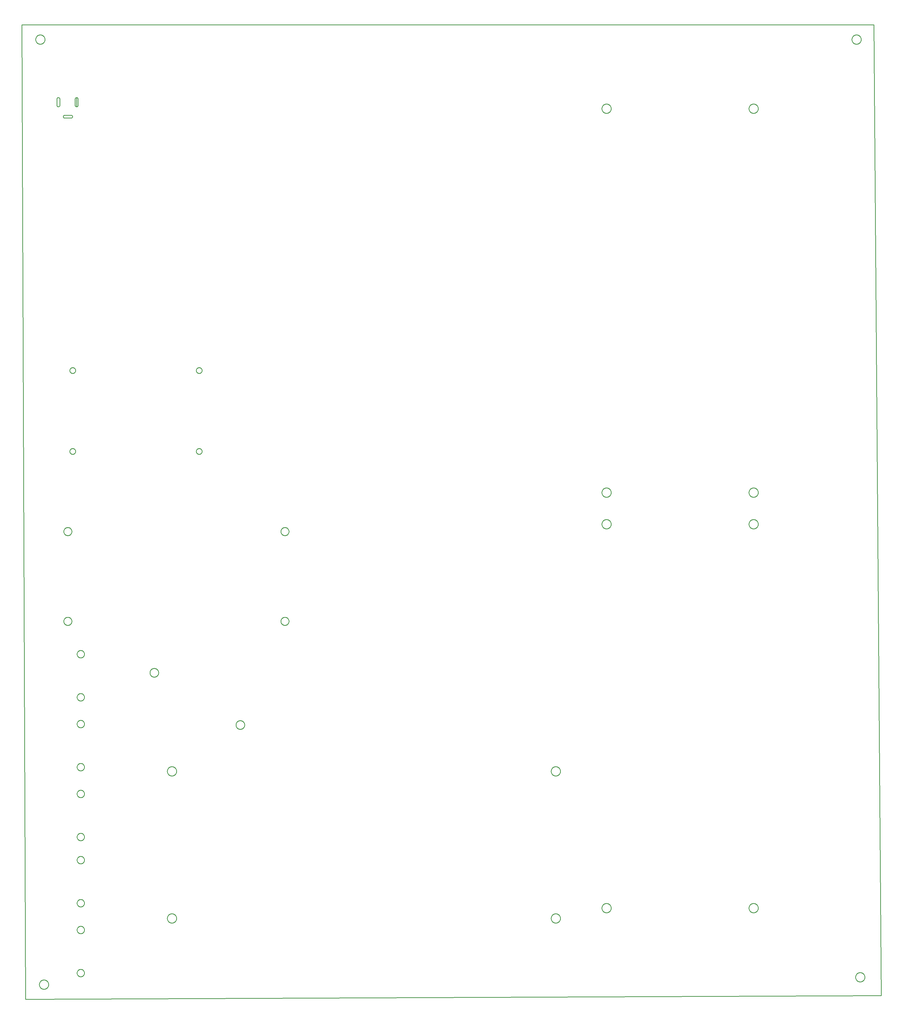
<source format=gbr>
G04 EAGLE Gerber RS-274X export*
G75*
%MOMM*%
%FSLAX34Y34*%
%LPD*%
%IN*%
%IPPOS*%
%AMOC8*
5,1,8,0,0,1.08239X$1,22.5*%
G01*
%ADD10C,0.254000*%


D10*
X76200Y3301900D02*
X88900Y-63500D01*
X3044700Y-50800D01*
X3019300Y3301900D01*
X76200Y3301900D01*
X219000Y2984900D02*
X219019Y2984464D01*
X219076Y2984032D01*
X219170Y2983606D01*
X219302Y2983190D01*
X219468Y2982787D01*
X219670Y2982400D01*
X219904Y2982032D01*
X220170Y2981686D01*
X220464Y2981364D01*
X220786Y2981070D01*
X221132Y2980804D01*
X221500Y2980570D01*
X221887Y2980368D01*
X222290Y2980202D01*
X222706Y2980070D01*
X223132Y2979976D01*
X223564Y2979919D01*
X224000Y2979900D01*
X246000Y2979900D01*
X246436Y2979919D01*
X246868Y2979976D01*
X247294Y2980070D01*
X247710Y2980202D01*
X248113Y2980368D01*
X248500Y2980570D01*
X248868Y2980804D01*
X249214Y2981070D01*
X249536Y2981364D01*
X249830Y2981686D01*
X250096Y2982032D01*
X250330Y2982400D01*
X250532Y2982787D01*
X250698Y2983190D01*
X250830Y2983606D01*
X250924Y2984032D01*
X250981Y2984464D01*
X251000Y2984900D01*
X250981Y2985336D01*
X250924Y2985768D01*
X250830Y2986194D01*
X250698Y2986610D01*
X250532Y2987013D01*
X250330Y2987400D01*
X250096Y2987768D01*
X249830Y2988114D01*
X249536Y2988436D01*
X249214Y2988730D01*
X248868Y2988996D01*
X248500Y2989230D01*
X248113Y2989432D01*
X247710Y2989598D01*
X247294Y2989730D01*
X246868Y2989824D01*
X246436Y2989881D01*
X246000Y2989900D01*
X224000Y2989900D01*
X223564Y2989881D01*
X223132Y2989824D01*
X222706Y2989730D01*
X222290Y2989598D01*
X221887Y2989432D01*
X221500Y2989230D01*
X221132Y2988996D01*
X220786Y2988730D01*
X220464Y2988436D01*
X220170Y2988114D01*
X219904Y2987768D01*
X219670Y2987400D01*
X219468Y2987013D01*
X219302Y2986610D01*
X219170Y2986194D01*
X219076Y2985768D01*
X219019Y2985336D01*
X219000Y2984900D01*
X197000Y3023900D02*
X197019Y3023464D01*
X197076Y3023032D01*
X197170Y3022606D01*
X197302Y3022190D01*
X197468Y3021787D01*
X197670Y3021400D01*
X197904Y3021032D01*
X198170Y3020686D01*
X198464Y3020364D01*
X198786Y3020070D01*
X199132Y3019804D01*
X199500Y3019570D01*
X199887Y3019368D01*
X200290Y3019202D01*
X200706Y3019070D01*
X201132Y3018976D01*
X201564Y3018919D01*
X202000Y3018900D01*
X202436Y3018919D01*
X202868Y3018976D01*
X203294Y3019070D01*
X203710Y3019202D01*
X204113Y3019368D01*
X204500Y3019570D01*
X204868Y3019804D01*
X205214Y3020070D01*
X205536Y3020364D01*
X205830Y3020686D01*
X206096Y3021032D01*
X206330Y3021400D01*
X206532Y3021787D01*
X206698Y3022190D01*
X206830Y3022606D01*
X206924Y3023032D01*
X206981Y3023464D01*
X207000Y3023900D01*
X207000Y3045900D01*
X206981Y3046336D01*
X206924Y3046768D01*
X206830Y3047194D01*
X206698Y3047610D01*
X206532Y3048013D01*
X206330Y3048400D01*
X206096Y3048768D01*
X205830Y3049114D01*
X205536Y3049436D01*
X205214Y3049730D01*
X204868Y3049996D01*
X204500Y3050230D01*
X204113Y3050432D01*
X203710Y3050598D01*
X203294Y3050730D01*
X202868Y3050824D01*
X202436Y3050881D01*
X202000Y3050900D01*
X201564Y3050881D01*
X201132Y3050824D01*
X200706Y3050730D01*
X200290Y3050598D01*
X199887Y3050432D01*
X199500Y3050230D01*
X199132Y3049996D01*
X198786Y3049730D01*
X198464Y3049436D01*
X198170Y3049114D01*
X197904Y3048768D01*
X197670Y3048400D01*
X197468Y3048013D01*
X197302Y3047610D01*
X197170Y3047194D01*
X197076Y3046768D01*
X197019Y3046336D01*
X197000Y3045900D01*
X197000Y3023900D01*
X265000Y3018900D02*
X265436Y3018919D01*
X265868Y3018976D01*
X266294Y3019070D01*
X266710Y3019202D01*
X267113Y3019368D01*
X267500Y3019570D01*
X267868Y3019804D01*
X268214Y3020070D01*
X268536Y3020364D01*
X268830Y3020686D01*
X269096Y3021032D01*
X269330Y3021400D01*
X269532Y3021787D01*
X269698Y3022190D01*
X269830Y3022606D01*
X269924Y3023032D01*
X269981Y3023464D01*
X270000Y3023900D01*
X270000Y3045900D01*
X269981Y3046336D01*
X269924Y3046768D01*
X269830Y3047194D01*
X269698Y3047610D01*
X269532Y3048013D01*
X269330Y3048400D01*
X269096Y3048768D01*
X268830Y3049114D01*
X268536Y3049436D01*
X268214Y3049730D01*
X267868Y3049996D01*
X267500Y3050230D01*
X267113Y3050432D01*
X266710Y3050598D01*
X266294Y3050730D01*
X265868Y3050824D01*
X265436Y3050881D01*
X265000Y3050900D01*
X265000Y3018900D01*
X260000Y3023900D02*
X260019Y3023464D01*
X260076Y3023032D01*
X260170Y3022606D01*
X260302Y3022190D01*
X260468Y3021787D01*
X260670Y3021400D01*
X260904Y3021032D01*
X261170Y3020686D01*
X261464Y3020364D01*
X261786Y3020070D01*
X262132Y3019804D01*
X262500Y3019570D01*
X262887Y3019368D01*
X263290Y3019202D01*
X263706Y3019070D01*
X264132Y3018976D01*
X264564Y3018919D01*
X265000Y3018900D01*
X265000Y3050900D01*
X264564Y3050881D01*
X264132Y3050824D01*
X263706Y3050730D01*
X263290Y3050598D01*
X262887Y3050432D01*
X262500Y3050230D01*
X262132Y3049996D01*
X261786Y3049730D01*
X261464Y3049436D01*
X261170Y3049114D01*
X260904Y3048768D01*
X260670Y3048400D01*
X260468Y3048013D01*
X260302Y3047610D01*
X260170Y3047194D01*
X260076Y3046768D01*
X260019Y3046336D01*
X260000Y3045900D01*
X260000Y3023900D01*
X260000Y3023900D02*
X260019Y3023464D01*
X260076Y3023032D01*
X260170Y3022606D01*
X260302Y3022190D01*
X260468Y3021787D01*
X260670Y3021400D01*
X260904Y3021032D01*
X261170Y3020686D01*
X261464Y3020364D01*
X261786Y3020070D01*
X262132Y3019804D01*
X262500Y3019570D01*
X262887Y3019368D01*
X263290Y3019202D01*
X263706Y3019070D01*
X264132Y3018976D01*
X264564Y3018919D01*
X265000Y3018900D01*
X265436Y3018919D01*
X265868Y3018976D01*
X266294Y3019070D01*
X266710Y3019202D01*
X267113Y3019368D01*
X267500Y3019570D01*
X267868Y3019804D01*
X268214Y3020070D01*
X268536Y3020364D01*
X268830Y3020686D01*
X269096Y3021032D01*
X269330Y3021400D01*
X269532Y3021787D01*
X269698Y3022190D01*
X269830Y3022606D01*
X269924Y3023032D01*
X269981Y3023464D01*
X270000Y3023900D01*
X270000Y3045900D01*
X269981Y3046336D01*
X269924Y3046768D01*
X269830Y3047194D01*
X269698Y3047610D01*
X269532Y3048013D01*
X269330Y3048400D01*
X269096Y3048768D01*
X268830Y3049114D01*
X268536Y3049436D01*
X268214Y3049730D01*
X267868Y3049996D01*
X267500Y3050230D01*
X267113Y3050432D01*
X266710Y3050598D01*
X266294Y3050730D01*
X265868Y3050824D01*
X265436Y3050881D01*
X265000Y3050900D01*
X264564Y3050881D01*
X264132Y3050824D01*
X263706Y3050730D01*
X263290Y3050598D01*
X262887Y3050432D01*
X262500Y3050230D01*
X262132Y3049996D01*
X261786Y3049730D01*
X261464Y3049436D01*
X261170Y3049114D01*
X260904Y3048768D01*
X260670Y3048400D01*
X260468Y3048013D01*
X260302Y3047610D01*
X260170Y3047194D01*
X260076Y3046768D01*
X260019Y3046336D01*
X260000Y3045900D01*
X260000Y3023900D01*
X261460Y2107763D02*
X261384Y2106894D01*
X261232Y2106034D01*
X261006Y2105190D01*
X260708Y2104370D01*
X260339Y2103578D01*
X259902Y2102822D01*
X259401Y2102107D01*
X258840Y2101438D01*
X258222Y2100820D01*
X257553Y2100259D01*
X256838Y2099758D01*
X256082Y2099321D01*
X255290Y2098952D01*
X254470Y2098654D01*
X253626Y2098428D01*
X252767Y2098276D01*
X251897Y2098200D01*
X251023Y2098200D01*
X250154Y2098276D01*
X249294Y2098428D01*
X248450Y2098654D01*
X247630Y2098952D01*
X246838Y2099321D01*
X246082Y2099758D01*
X245367Y2100259D01*
X244698Y2100820D01*
X244080Y2101438D01*
X243519Y2102107D01*
X243018Y2102822D01*
X242581Y2103578D01*
X242212Y2104370D01*
X241914Y2105190D01*
X241688Y2106034D01*
X241536Y2106894D01*
X241460Y2107763D01*
X241460Y2108637D01*
X241536Y2109507D01*
X241688Y2110366D01*
X241914Y2111210D01*
X242212Y2112030D01*
X242581Y2112822D01*
X243018Y2113578D01*
X243519Y2114293D01*
X244080Y2114962D01*
X244698Y2115580D01*
X245367Y2116141D01*
X246082Y2116642D01*
X246838Y2117079D01*
X247630Y2117448D01*
X248450Y2117746D01*
X249294Y2117972D01*
X250154Y2118124D01*
X251023Y2118200D01*
X251897Y2118200D01*
X252767Y2118124D01*
X253626Y2117972D01*
X254470Y2117746D01*
X255290Y2117448D01*
X256082Y2117079D01*
X256838Y2116642D01*
X257553Y2116141D01*
X258222Y2115580D01*
X258840Y2114962D01*
X259401Y2114293D01*
X259902Y2113578D01*
X260339Y2112822D01*
X260708Y2112030D01*
X261006Y2111210D01*
X261232Y2110366D01*
X261384Y2109507D01*
X261460Y2108637D01*
X261460Y2107763D01*
X698340Y2107763D02*
X698264Y2106894D01*
X698112Y2106034D01*
X697886Y2105190D01*
X697588Y2104370D01*
X697219Y2103578D01*
X696782Y2102822D01*
X696281Y2102107D01*
X695720Y2101438D01*
X695102Y2100820D01*
X694433Y2100259D01*
X693718Y2099758D01*
X692962Y2099321D01*
X692170Y2098952D01*
X691350Y2098654D01*
X690506Y2098428D01*
X689647Y2098276D01*
X688777Y2098200D01*
X687903Y2098200D01*
X687034Y2098276D01*
X686174Y2098428D01*
X685330Y2098654D01*
X684510Y2098952D01*
X683718Y2099321D01*
X682962Y2099758D01*
X682247Y2100259D01*
X681578Y2100820D01*
X680960Y2101438D01*
X680399Y2102107D01*
X679898Y2102822D01*
X679461Y2103578D01*
X679092Y2104370D01*
X678794Y2105190D01*
X678568Y2106034D01*
X678416Y2106894D01*
X678340Y2107763D01*
X678340Y2108637D01*
X678416Y2109507D01*
X678568Y2110366D01*
X678794Y2111210D01*
X679092Y2112030D01*
X679461Y2112822D01*
X679898Y2113578D01*
X680399Y2114293D01*
X680960Y2114962D01*
X681578Y2115580D01*
X682247Y2116141D01*
X682962Y2116642D01*
X683718Y2117079D01*
X684510Y2117448D01*
X685330Y2117746D01*
X686174Y2117972D01*
X687034Y2118124D01*
X687903Y2118200D01*
X688777Y2118200D01*
X689647Y2118124D01*
X690506Y2117972D01*
X691350Y2117746D01*
X692170Y2117448D01*
X692962Y2117079D01*
X693718Y2116642D01*
X694433Y2116141D01*
X695102Y2115580D01*
X695720Y2114962D01*
X696281Y2114293D01*
X696782Y2113578D01*
X697219Y2112822D01*
X697588Y2112030D01*
X697886Y2111210D01*
X698112Y2110366D01*
X698264Y2109507D01*
X698340Y2108637D01*
X698340Y2107763D01*
X261460Y1828363D02*
X261384Y1827494D01*
X261232Y1826634D01*
X261006Y1825790D01*
X260708Y1824970D01*
X260339Y1824178D01*
X259902Y1823422D01*
X259401Y1822707D01*
X258840Y1822038D01*
X258222Y1821420D01*
X257553Y1820859D01*
X256838Y1820358D01*
X256082Y1819921D01*
X255290Y1819552D01*
X254470Y1819254D01*
X253626Y1819028D01*
X252767Y1818876D01*
X251897Y1818800D01*
X251023Y1818800D01*
X250154Y1818876D01*
X249294Y1819028D01*
X248450Y1819254D01*
X247630Y1819552D01*
X246838Y1819921D01*
X246082Y1820358D01*
X245367Y1820859D01*
X244698Y1821420D01*
X244080Y1822038D01*
X243519Y1822707D01*
X243018Y1823422D01*
X242581Y1824178D01*
X242212Y1824970D01*
X241914Y1825790D01*
X241688Y1826634D01*
X241536Y1827494D01*
X241460Y1828363D01*
X241460Y1829237D01*
X241536Y1830107D01*
X241688Y1830966D01*
X241914Y1831810D01*
X242212Y1832630D01*
X242581Y1833422D01*
X243018Y1834178D01*
X243519Y1834893D01*
X244080Y1835562D01*
X244698Y1836180D01*
X245367Y1836741D01*
X246082Y1837242D01*
X246838Y1837679D01*
X247630Y1838048D01*
X248450Y1838346D01*
X249294Y1838572D01*
X250154Y1838724D01*
X251023Y1838800D01*
X251897Y1838800D01*
X252767Y1838724D01*
X253626Y1838572D01*
X254470Y1838346D01*
X255290Y1838048D01*
X256082Y1837679D01*
X256838Y1837242D01*
X257553Y1836741D01*
X258222Y1836180D01*
X258840Y1835562D01*
X259401Y1834893D01*
X259902Y1834178D01*
X260339Y1833422D01*
X260708Y1832630D01*
X261006Y1831810D01*
X261232Y1830966D01*
X261384Y1830107D01*
X261460Y1829237D01*
X261460Y1828363D01*
X698340Y1828363D02*
X698264Y1827494D01*
X698112Y1826634D01*
X697886Y1825790D01*
X697588Y1824970D01*
X697219Y1824178D01*
X696782Y1823422D01*
X696281Y1822707D01*
X695720Y1822038D01*
X695102Y1821420D01*
X694433Y1820859D01*
X693718Y1820358D01*
X692962Y1819921D01*
X692170Y1819552D01*
X691350Y1819254D01*
X690506Y1819028D01*
X689647Y1818876D01*
X688777Y1818800D01*
X687903Y1818800D01*
X687034Y1818876D01*
X686174Y1819028D01*
X685330Y1819254D01*
X684510Y1819552D01*
X683718Y1819921D01*
X682962Y1820358D01*
X682247Y1820859D01*
X681578Y1821420D01*
X680960Y1822038D01*
X680399Y1822707D01*
X679898Y1823422D01*
X679461Y1824178D01*
X679092Y1824970D01*
X678794Y1825790D01*
X678568Y1826634D01*
X678416Y1827494D01*
X678340Y1828363D01*
X678340Y1829237D01*
X678416Y1830107D01*
X678568Y1830966D01*
X678794Y1831810D01*
X679092Y1832630D01*
X679461Y1833422D01*
X679898Y1834178D01*
X680399Y1834893D01*
X680960Y1835562D01*
X681578Y1836180D01*
X682247Y1836741D01*
X682962Y1837242D01*
X683718Y1837679D01*
X684510Y1838048D01*
X685330Y1838346D01*
X686174Y1838572D01*
X687034Y1838724D01*
X687903Y1838800D01*
X688777Y1838800D01*
X689647Y1838724D01*
X690506Y1838572D01*
X691350Y1838346D01*
X692170Y1838048D01*
X692962Y1837679D01*
X693718Y1837242D01*
X694433Y1836741D01*
X695102Y1836180D01*
X695720Y1835562D01*
X696281Y1834893D01*
X696782Y1834178D01*
X697219Y1833422D01*
X697588Y1832630D01*
X697886Y1831810D01*
X698112Y1830966D01*
X698264Y1830107D01*
X698340Y1829237D01*
X698340Y1828363D01*
X248600Y1551500D02*
X248529Y1550503D01*
X248386Y1549513D01*
X248174Y1548536D01*
X247892Y1547576D01*
X247543Y1546639D01*
X247127Y1545729D01*
X246648Y1544852D01*
X246107Y1544010D01*
X245508Y1543210D01*
X244853Y1542454D01*
X244146Y1541747D01*
X243390Y1541092D01*
X242590Y1540493D01*
X241748Y1539952D01*
X240871Y1539473D01*
X239961Y1539057D01*
X239024Y1538708D01*
X238065Y1538426D01*
X237087Y1538214D01*
X236098Y1538071D01*
X235100Y1538000D01*
X234100Y1538000D01*
X233103Y1538071D01*
X232113Y1538214D01*
X231136Y1538426D01*
X230176Y1538708D01*
X229239Y1539057D01*
X228329Y1539473D01*
X227452Y1539952D01*
X226610Y1540493D01*
X225810Y1541092D01*
X225054Y1541747D01*
X224347Y1542454D01*
X223692Y1543210D01*
X223093Y1544010D01*
X222552Y1544852D01*
X222073Y1545729D01*
X221657Y1546639D01*
X221308Y1547576D01*
X221026Y1548536D01*
X220814Y1549513D01*
X220671Y1550503D01*
X220600Y1551500D01*
X220600Y1552500D01*
X220671Y1553498D01*
X220814Y1554487D01*
X221026Y1555465D01*
X221308Y1556424D01*
X221657Y1557361D01*
X222073Y1558271D01*
X222552Y1559148D01*
X223093Y1559990D01*
X223692Y1560790D01*
X224347Y1561546D01*
X225054Y1562253D01*
X225810Y1562908D01*
X226610Y1563507D01*
X227452Y1564048D01*
X228329Y1564527D01*
X229239Y1564943D01*
X230176Y1565292D01*
X231136Y1565574D01*
X232113Y1565786D01*
X233103Y1565929D01*
X234100Y1566000D01*
X235100Y1566000D01*
X236098Y1565929D01*
X237087Y1565786D01*
X238065Y1565574D01*
X239024Y1565292D01*
X239961Y1564943D01*
X240871Y1564527D01*
X241748Y1564048D01*
X242590Y1563507D01*
X243390Y1562908D01*
X244146Y1562253D01*
X244853Y1561546D01*
X245508Y1560790D01*
X246107Y1559990D01*
X246648Y1559148D01*
X247127Y1558271D01*
X247543Y1557361D01*
X247892Y1556424D01*
X248174Y1555465D01*
X248386Y1554487D01*
X248529Y1553498D01*
X248600Y1552500D01*
X248600Y1551500D01*
X248600Y1241500D02*
X248529Y1240503D01*
X248386Y1239513D01*
X248174Y1238536D01*
X247892Y1237576D01*
X247543Y1236639D01*
X247127Y1235729D01*
X246648Y1234852D01*
X246107Y1234010D01*
X245508Y1233210D01*
X244853Y1232454D01*
X244146Y1231747D01*
X243390Y1231092D01*
X242590Y1230493D01*
X241748Y1229952D01*
X240871Y1229473D01*
X239961Y1229057D01*
X239024Y1228708D01*
X238065Y1228426D01*
X237087Y1228214D01*
X236098Y1228071D01*
X235100Y1228000D01*
X234100Y1228000D01*
X233103Y1228071D01*
X232113Y1228214D01*
X231136Y1228426D01*
X230176Y1228708D01*
X229239Y1229057D01*
X228329Y1229473D01*
X227452Y1229952D01*
X226610Y1230493D01*
X225810Y1231092D01*
X225054Y1231747D01*
X224347Y1232454D01*
X223692Y1233210D01*
X223093Y1234010D01*
X222552Y1234852D01*
X222073Y1235729D01*
X221657Y1236639D01*
X221308Y1237576D01*
X221026Y1238536D01*
X220814Y1239513D01*
X220671Y1240503D01*
X220600Y1241500D01*
X220600Y1242500D01*
X220671Y1243498D01*
X220814Y1244487D01*
X221026Y1245465D01*
X221308Y1246424D01*
X221657Y1247361D01*
X222073Y1248271D01*
X222552Y1249148D01*
X223093Y1249990D01*
X223692Y1250790D01*
X224347Y1251546D01*
X225054Y1252253D01*
X225810Y1252908D01*
X226610Y1253507D01*
X227452Y1254048D01*
X228329Y1254527D01*
X229239Y1254943D01*
X230176Y1255292D01*
X231136Y1255574D01*
X232113Y1255786D01*
X233103Y1255929D01*
X234100Y1256000D01*
X235100Y1256000D01*
X236098Y1255929D01*
X237087Y1255786D01*
X238065Y1255574D01*
X239024Y1255292D01*
X239961Y1254943D01*
X240871Y1254527D01*
X241748Y1254048D01*
X242590Y1253507D01*
X243390Y1252908D01*
X244146Y1252253D01*
X244853Y1251546D01*
X245508Y1250790D01*
X246107Y1249990D01*
X246648Y1249148D01*
X247127Y1248271D01*
X247543Y1247361D01*
X247892Y1246424D01*
X248174Y1245465D01*
X248386Y1244487D01*
X248529Y1243498D01*
X248600Y1242500D01*
X248600Y1241500D01*
X998600Y1551500D02*
X998529Y1550503D01*
X998386Y1549513D01*
X998174Y1548536D01*
X997892Y1547576D01*
X997543Y1546639D01*
X997127Y1545729D01*
X996648Y1544852D01*
X996107Y1544010D01*
X995508Y1543210D01*
X994853Y1542454D01*
X994146Y1541747D01*
X993390Y1541092D01*
X992590Y1540493D01*
X991748Y1539952D01*
X990871Y1539473D01*
X989961Y1539057D01*
X989024Y1538708D01*
X988065Y1538426D01*
X987087Y1538214D01*
X986098Y1538071D01*
X985100Y1538000D01*
X984100Y1538000D01*
X983103Y1538071D01*
X982113Y1538214D01*
X981136Y1538426D01*
X980176Y1538708D01*
X979239Y1539057D01*
X978329Y1539473D01*
X977452Y1539952D01*
X976610Y1540493D01*
X975810Y1541092D01*
X975054Y1541747D01*
X974347Y1542454D01*
X973692Y1543210D01*
X973093Y1544010D01*
X972552Y1544852D01*
X972073Y1545729D01*
X971657Y1546639D01*
X971308Y1547576D01*
X971026Y1548536D01*
X970814Y1549513D01*
X970671Y1550503D01*
X970600Y1551500D01*
X970600Y1552500D01*
X970671Y1553498D01*
X970814Y1554487D01*
X971026Y1555465D01*
X971308Y1556424D01*
X971657Y1557361D01*
X972073Y1558271D01*
X972552Y1559148D01*
X973093Y1559990D01*
X973692Y1560790D01*
X974347Y1561546D01*
X975054Y1562253D01*
X975810Y1562908D01*
X976610Y1563507D01*
X977452Y1564048D01*
X978329Y1564527D01*
X979239Y1564943D01*
X980176Y1565292D01*
X981136Y1565574D01*
X982113Y1565786D01*
X983103Y1565929D01*
X984100Y1566000D01*
X985100Y1566000D01*
X986098Y1565929D01*
X987087Y1565786D01*
X988065Y1565574D01*
X989024Y1565292D01*
X989961Y1564943D01*
X990871Y1564527D01*
X991748Y1564048D01*
X992590Y1563507D01*
X993390Y1562908D01*
X994146Y1562253D01*
X994853Y1561546D01*
X995508Y1560790D01*
X996107Y1559990D01*
X996648Y1559148D01*
X997127Y1558271D01*
X997543Y1557361D01*
X997892Y1556424D01*
X998174Y1555465D01*
X998386Y1554487D01*
X998529Y1553498D01*
X998600Y1552500D01*
X998600Y1551500D01*
X998600Y1241500D02*
X998529Y1240503D01*
X998386Y1239513D01*
X998174Y1238536D01*
X997892Y1237576D01*
X997543Y1236639D01*
X997127Y1235729D01*
X996648Y1234852D01*
X996107Y1234010D01*
X995508Y1233210D01*
X994853Y1232454D01*
X994146Y1231747D01*
X993390Y1231092D01*
X992590Y1230493D01*
X991748Y1229952D01*
X990871Y1229473D01*
X989961Y1229057D01*
X989024Y1228708D01*
X988065Y1228426D01*
X987087Y1228214D01*
X986098Y1228071D01*
X985100Y1228000D01*
X984100Y1228000D01*
X983103Y1228071D01*
X982113Y1228214D01*
X981136Y1228426D01*
X980176Y1228708D01*
X979239Y1229057D01*
X978329Y1229473D01*
X977452Y1229952D01*
X976610Y1230493D01*
X975810Y1231092D01*
X975054Y1231747D01*
X974347Y1232454D01*
X973692Y1233210D01*
X973093Y1234010D01*
X972552Y1234852D01*
X972073Y1235729D01*
X971657Y1236639D01*
X971308Y1237576D01*
X971026Y1238536D01*
X970814Y1239513D01*
X970671Y1240503D01*
X970600Y1241500D01*
X970600Y1242500D01*
X970671Y1243498D01*
X970814Y1244487D01*
X971026Y1245465D01*
X971308Y1246424D01*
X971657Y1247361D01*
X972073Y1248271D01*
X972552Y1249148D01*
X973093Y1249990D01*
X973692Y1250790D01*
X974347Y1251546D01*
X975054Y1252253D01*
X975810Y1252908D01*
X976610Y1253507D01*
X977452Y1254048D01*
X978329Y1254527D01*
X979239Y1254943D01*
X980176Y1255292D01*
X981136Y1255574D01*
X982113Y1255786D01*
X983103Y1255929D01*
X984100Y1256000D01*
X985100Y1256000D01*
X986098Y1255929D01*
X987087Y1255786D01*
X988065Y1255574D01*
X989024Y1255292D01*
X989961Y1254943D01*
X990871Y1254527D01*
X991748Y1254048D01*
X992590Y1253507D01*
X993390Y1252908D01*
X994146Y1252253D01*
X994853Y1251546D01*
X995508Y1250790D01*
X996107Y1249990D01*
X996648Y1249148D01*
X997127Y1248271D01*
X997543Y1247361D01*
X997892Y1246424D01*
X998174Y1245465D01*
X998386Y1244487D01*
X998529Y1243498D01*
X998600Y1242500D01*
X998600Y1241500D01*
X815580Y884456D02*
X815656Y885524D01*
X815809Y886585D01*
X816037Y887632D01*
X816339Y888660D01*
X816713Y889664D01*
X817158Y890639D01*
X817672Y891579D01*
X818251Y892480D01*
X818893Y893338D01*
X819595Y894148D01*
X820352Y894905D01*
X821162Y895607D01*
X822020Y896249D01*
X822921Y896828D01*
X823861Y897342D01*
X824836Y897787D01*
X825840Y898161D01*
X826868Y898463D01*
X827915Y898691D01*
X828976Y898844D01*
X830044Y898920D01*
X831116Y898920D01*
X832184Y898844D01*
X833245Y898691D01*
X834292Y898463D01*
X835320Y898161D01*
X836324Y897787D01*
X837299Y897342D01*
X838239Y896828D01*
X839140Y896249D01*
X839998Y895607D01*
X840808Y894905D01*
X841565Y894148D01*
X842267Y893338D01*
X842909Y892480D01*
X843488Y891579D01*
X844002Y890639D01*
X844447Y889664D01*
X844821Y888660D01*
X845123Y887632D01*
X845351Y886585D01*
X845504Y885524D01*
X845580Y884456D01*
X845580Y883384D01*
X845504Y882316D01*
X845351Y881255D01*
X845123Y880208D01*
X844821Y879180D01*
X844447Y878176D01*
X844002Y877201D01*
X843488Y876261D01*
X842909Y875360D01*
X842267Y874502D01*
X841565Y873692D01*
X840808Y872935D01*
X839998Y872233D01*
X839140Y871591D01*
X838239Y871012D01*
X837299Y870498D01*
X836324Y870053D01*
X835320Y869679D01*
X834292Y869377D01*
X833245Y869149D01*
X832184Y868996D01*
X831116Y868920D01*
X830044Y868920D01*
X828976Y868996D01*
X827915Y869149D01*
X826868Y869377D01*
X825840Y869679D01*
X824836Y870053D01*
X823861Y870498D01*
X822921Y871012D01*
X822020Y871591D01*
X821162Y872233D01*
X820352Y872935D01*
X819595Y873692D01*
X818893Y874502D01*
X818251Y875360D01*
X817672Y876261D01*
X817158Y877201D01*
X816713Y878176D01*
X816339Y879180D01*
X816037Y880208D01*
X815809Y881255D01*
X815656Y882316D01*
X815580Y883384D01*
X815580Y884456D01*
X518400Y1064796D02*
X518476Y1065864D01*
X518629Y1066925D01*
X518857Y1067972D01*
X519159Y1069000D01*
X519533Y1070004D01*
X519978Y1070979D01*
X520492Y1071919D01*
X521071Y1072820D01*
X521713Y1073678D01*
X522415Y1074488D01*
X523172Y1075245D01*
X523982Y1075947D01*
X524840Y1076589D01*
X525741Y1077168D01*
X526681Y1077682D01*
X527656Y1078127D01*
X528660Y1078501D01*
X529688Y1078803D01*
X530735Y1079031D01*
X531796Y1079184D01*
X532864Y1079260D01*
X533936Y1079260D01*
X535004Y1079184D01*
X536065Y1079031D01*
X537112Y1078803D01*
X538140Y1078501D01*
X539144Y1078127D01*
X540119Y1077682D01*
X541059Y1077168D01*
X541960Y1076589D01*
X542818Y1075947D01*
X543628Y1075245D01*
X544385Y1074488D01*
X545087Y1073678D01*
X545729Y1072820D01*
X546308Y1071919D01*
X546822Y1070979D01*
X547267Y1070004D01*
X547641Y1069000D01*
X547943Y1067972D01*
X548171Y1066925D01*
X548324Y1065864D01*
X548400Y1064796D01*
X548400Y1063724D01*
X548324Y1062656D01*
X548171Y1061595D01*
X547943Y1060548D01*
X547641Y1059520D01*
X547267Y1058516D01*
X546822Y1057541D01*
X546308Y1056601D01*
X545729Y1055700D01*
X545087Y1054842D01*
X544385Y1054032D01*
X543628Y1053275D01*
X542818Y1052573D01*
X541960Y1051931D01*
X541059Y1051352D01*
X540119Y1050838D01*
X539144Y1050393D01*
X538140Y1050019D01*
X537112Y1049717D01*
X536065Y1049489D01*
X535004Y1049336D01*
X533936Y1049260D01*
X532864Y1049260D01*
X531796Y1049336D01*
X530735Y1049489D01*
X529688Y1049717D01*
X528660Y1050019D01*
X527656Y1050393D01*
X526681Y1050838D01*
X525741Y1051352D01*
X524840Y1051931D01*
X523982Y1052573D01*
X523172Y1053275D01*
X522415Y1054032D01*
X521713Y1054842D01*
X521071Y1055700D01*
X520492Y1056601D01*
X519978Y1057541D01*
X519533Y1058516D01*
X519159Y1059520D01*
X518857Y1060548D01*
X518629Y1061595D01*
X518476Y1062656D01*
X518400Y1063724D01*
X518400Y1064796D01*
X279901Y509850D02*
X280900Y509771D01*
X281889Y509615D01*
X282864Y509381D01*
X283816Y509071D01*
X284742Y508688D01*
X285635Y508233D01*
X286489Y507709D01*
X287300Y507121D01*
X288061Y506470D01*
X288770Y505761D01*
X289421Y505000D01*
X290009Y504189D01*
X290533Y503335D01*
X290988Y502442D01*
X291371Y501516D01*
X291681Y500564D01*
X291915Y499589D01*
X292071Y498600D01*
X292150Y497601D01*
X292150Y496599D01*
X292071Y495600D01*
X291915Y494611D01*
X291681Y493636D01*
X291371Y492684D01*
X290988Y491758D01*
X290533Y490865D01*
X290009Y490011D01*
X289421Y489200D01*
X288770Y488439D01*
X288061Y487730D01*
X287300Y487079D01*
X286489Y486491D01*
X285635Y485967D01*
X284742Y485512D01*
X283816Y485129D01*
X282864Y484819D01*
X281889Y484585D01*
X280900Y484429D01*
X279901Y484350D01*
X278899Y484350D01*
X277900Y484429D01*
X276911Y484585D01*
X275936Y484819D01*
X274984Y485129D01*
X274058Y485512D01*
X273165Y485967D01*
X272311Y486491D01*
X271500Y487079D01*
X270739Y487730D01*
X270030Y488439D01*
X269379Y489200D01*
X268791Y490011D01*
X268267Y490865D01*
X267812Y491758D01*
X267429Y492684D01*
X267119Y493636D01*
X266885Y494611D01*
X266729Y495600D01*
X266650Y496599D01*
X266650Y497601D01*
X266729Y498600D01*
X266885Y499589D01*
X267119Y500564D01*
X267429Y501516D01*
X267812Y502442D01*
X268267Y503335D01*
X268791Y504189D01*
X269379Y505000D01*
X270030Y505761D01*
X270739Y506470D01*
X271500Y507121D01*
X272311Y507709D01*
X273165Y508233D01*
X274058Y508688D01*
X274984Y509071D01*
X275936Y509381D01*
X276911Y509615D01*
X277900Y509771D01*
X278899Y509850D01*
X279901Y509850D01*
X279901Y658650D02*
X280900Y658571D01*
X281889Y658415D01*
X282864Y658181D01*
X283816Y657871D01*
X284742Y657488D01*
X285635Y657033D01*
X286489Y656509D01*
X287300Y655921D01*
X288061Y655270D01*
X288770Y654561D01*
X289421Y653800D01*
X290009Y652989D01*
X290533Y652135D01*
X290988Y651242D01*
X291371Y650316D01*
X291681Y649364D01*
X291915Y648389D01*
X292071Y647400D01*
X292150Y646401D01*
X292150Y645399D01*
X292071Y644400D01*
X291915Y643411D01*
X291681Y642436D01*
X291371Y641484D01*
X290988Y640558D01*
X290533Y639665D01*
X290009Y638811D01*
X289421Y638000D01*
X288770Y637239D01*
X288061Y636530D01*
X287300Y635879D01*
X286489Y635291D01*
X285635Y634767D01*
X284742Y634312D01*
X283816Y633929D01*
X282864Y633619D01*
X281889Y633385D01*
X280900Y633229D01*
X279901Y633150D01*
X278899Y633150D01*
X277900Y633229D01*
X276911Y633385D01*
X275936Y633619D01*
X274984Y633929D01*
X274058Y634312D01*
X273165Y634767D01*
X272311Y635291D01*
X271500Y635879D01*
X270739Y636530D01*
X270030Y637239D01*
X269379Y638000D01*
X268791Y638811D01*
X268267Y639665D01*
X267812Y640558D01*
X267429Y641484D01*
X267119Y642436D01*
X266885Y643411D01*
X266729Y644400D01*
X266650Y645399D01*
X266650Y646401D01*
X266729Y647400D01*
X266885Y648389D01*
X267119Y649364D01*
X267429Y650316D01*
X267812Y651242D01*
X268267Y652135D01*
X268791Y652989D01*
X269379Y653800D01*
X270030Y654561D01*
X270739Y655270D01*
X271500Y655921D01*
X272311Y656509D01*
X273165Y657033D01*
X274058Y657488D01*
X274984Y657871D01*
X275936Y658181D01*
X276911Y658415D01*
X277900Y658571D01*
X278899Y658650D01*
X279901Y658650D01*
X279901Y751150D02*
X280900Y751071D01*
X281889Y750915D01*
X282864Y750681D01*
X283816Y750371D01*
X284742Y749988D01*
X285635Y749533D01*
X286489Y749009D01*
X287300Y748421D01*
X288061Y747770D01*
X288770Y747061D01*
X289421Y746300D01*
X290009Y745489D01*
X290533Y744635D01*
X290988Y743742D01*
X291371Y742816D01*
X291681Y741864D01*
X291915Y740889D01*
X292071Y739900D01*
X292150Y738901D01*
X292150Y737899D01*
X292071Y736900D01*
X291915Y735911D01*
X291681Y734936D01*
X291371Y733984D01*
X290988Y733058D01*
X290533Y732165D01*
X290009Y731311D01*
X289421Y730500D01*
X288770Y729739D01*
X288061Y729030D01*
X287300Y728379D01*
X286489Y727791D01*
X285635Y727267D01*
X284742Y726812D01*
X283816Y726429D01*
X282864Y726119D01*
X281889Y725885D01*
X280900Y725729D01*
X279901Y725650D01*
X278899Y725650D01*
X277900Y725729D01*
X276911Y725885D01*
X275936Y726119D01*
X274984Y726429D01*
X274058Y726812D01*
X273165Y727267D01*
X272311Y727791D01*
X271500Y728379D01*
X270739Y729030D01*
X270030Y729739D01*
X269379Y730500D01*
X268791Y731311D01*
X268267Y732165D01*
X267812Y733058D01*
X267429Y733984D01*
X267119Y734936D01*
X266885Y735911D01*
X266729Y736900D01*
X266650Y737899D01*
X266650Y738901D01*
X266729Y739900D01*
X266885Y740889D01*
X267119Y741864D01*
X267429Y742816D01*
X267812Y743742D01*
X268267Y744635D01*
X268791Y745489D01*
X269379Y746300D01*
X270030Y747061D01*
X270739Y747770D01*
X271500Y748421D01*
X272311Y749009D01*
X273165Y749533D01*
X274058Y749988D01*
X274984Y750371D01*
X275936Y750681D01*
X276911Y750915D01*
X277900Y751071D01*
X278899Y751150D01*
X279901Y751150D01*
X279901Y899950D02*
X280900Y899871D01*
X281889Y899715D01*
X282864Y899481D01*
X283816Y899171D01*
X284742Y898788D01*
X285635Y898333D01*
X286489Y897809D01*
X287300Y897221D01*
X288061Y896570D01*
X288770Y895861D01*
X289421Y895100D01*
X290009Y894289D01*
X290533Y893435D01*
X290988Y892542D01*
X291371Y891616D01*
X291681Y890664D01*
X291915Y889689D01*
X292071Y888700D01*
X292150Y887701D01*
X292150Y886699D01*
X292071Y885700D01*
X291915Y884711D01*
X291681Y883736D01*
X291371Y882784D01*
X290988Y881858D01*
X290533Y880965D01*
X290009Y880111D01*
X289421Y879300D01*
X288770Y878539D01*
X288061Y877830D01*
X287300Y877179D01*
X286489Y876591D01*
X285635Y876067D01*
X284742Y875612D01*
X283816Y875229D01*
X282864Y874919D01*
X281889Y874685D01*
X280900Y874529D01*
X279901Y874450D01*
X278899Y874450D01*
X277900Y874529D01*
X276911Y874685D01*
X275936Y874919D01*
X274984Y875229D01*
X274058Y875612D01*
X273165Y876067D01*
X272311Y876591D01*
X271500Y877179D01*
X270739Y877830D01*
X270030Y878539D01*
X269379Y879300D01*
X268791Y880111D01*
X268267Y880965D01*
X267812Y881858D01*
X267429Y882784D01*
X267119Y883736D01*
X266885Y884711D01*
X266729Y885700D01*
X266650Y886699D01*
X266650Y887701D01*
X266729Y888700D01*
X266885Y889689D01*
X267119Y890664D01*
X267429Y891616D01*
X267812Y892542D01*
X268267Y893435D01*
X268791Y894289D01*
X269379Y895100D01*
X270030Y895861D01*
X270739Y896570D01*
X271500Y897221D01*
X272311Y897809D01*
X273165Y898333D01*
X274058Y898788D01*
X274984Y899171D01*
X275936Y899481D01*
X276911Y899715D01*
X277900Y899871D01*
X278899Y899950D01*
X279901Y899950D01*
X279901Y39950D02*
X280900Y39871D01*
X281889Y39715D01*
X282864Y39481D01*
X283816Y39171D01*
X284742Y38788D01*
X285635Y38333D01*
X286489Y37809D01*
X287300Y37221D01*
X288061Y36570D01*
X288770Y35861D01*
X289421Y35100D01*
X290009Y34289D01*
X290533Y33435D01*
X290988Y32542D01*
X291371Y31616D01*
X291681Y30664D01*
X291915Y29689D01*
X292071Y28700D01*
X292150Y27701D01*
X292150Y26699D01*
X292071Y25700D01*
X291915Y24711D01*
X291681Y23736D01*
X291371Y22784D01*
X290988Y21858D01*
X290533Y20965D01*
X290009Y20111D01*
X289421Y19300D01*
X288770Y18539D01*
X288061Y17830D01*
X287300Y17179D01*
X286489Y16591D01*
X285635Y16067D01*
X284742Y15612D01*
X283816Y15229D01*
X282864Y14919D01*
X281889Y14685D01*
X280900Y14529D01*
X279901Y14450D01*
X278899Y14450D01*
X277900Y14529D01*
X276911Y14685D01*
X275936Y14919D01*
X274984Y15229D01*
X274058Y15612D01*
X273165Y16067D01*
X272311Y16591D01*
X271500Y17179D01*
X270739Y17830D01*
X270030Y18539D01*
X269379Y19300D01*
X268791Y20111D01*
X268267Y20965D01*
X267812Y21858D01*
X267429Y22784D01*
X267119Y23736D01*
X266885Y24711D01*
X266729Y25700D01*
X266650Y26699D01*
X266650Y27701D01*
X266729Y28700D01*
X266885Y29689D01*
X267119Y30664D01*
X267429Y31616D01*
X267812Y32542D01*
X268267Y33435D01*
X268791Y34289D01*
X269379Y35100D01*
X270030Y35861D01*
X270739Y36570D01*
X271500Y37221D01*
X272311Y37809D01*
X273165Y38333D01*
X274058Y38788D01*
X274984Y39171D01*
X275936Y39481D01*
X276911Y39715D01*
X277900Y39871D01*
X278899Y39950D01*
X279901Y39950D01*
X279901Y188750D02*
X280900Y188671D01*
X281889Y188515D01*
X282864Y188281D01*
X283816Y187971D01*
X284742Y187588D01*
X285635Y187133D01*
X286489Y186609D01*
X287300Y186021D01*
X288061Y185370D01*
X288770Y184661D01*
X289421Y183900D01*
X290009Y183089D01*
X290533Y182235D01*
X290988Y181342D01*
X291371Y180416D01*
X291681Y179464D01*
X291915Y178489D01*
X292071Y177500D01*
X292150Y176501D01*
X292150Y175499D01*
X292071Y174500D01*
X291915Y173511D01*
X291681Y172536D01*
X291371Y171584D01*
X290988Y170658D01*
X290533Y169765D01*
X290009Y168911D01*
X289421Y168100D01*
X288770Y167339D01*
X288061Y166630D01*
X287300Y165979D01*
X286489Y165391D01*
X285635Y164867D01*
X284742Y164412D01*
X283816Y164029D01*
X282864Y163719D01*
X281889Y163485D01*
X280900Y163329D01*
X279901Y163250D01*
X278899Y163250D01*
X277900Y163329D01*
X276911Y163485D01*
X275936Y163719D01*
X274984Y164029D01*
X274058Y164412D01*
X273165Y164867D01*
X272311Y165391D01*
X271500Y165979D01*
X270739Y166630D01*
X270030Y167339D01*
X269379Y168100D01*
X268791Y168911D01*
X268267Y169765D01*
X267812Y170658D01*
X267429Y171584D01*
X267119Y172536D01*
X266885Y173511D01*
X266729Y174500D01*
X266650Y175499D01*
X266650Y176501D01*
X266729Y177500D01*
X266885Y178489D01*
X267119Y179464D01*
X267429Y180416D01*
X267812Y181342D01*
X268267Y182235D01*
X268791Y183089D01*
X269379Y183900D01*
X270030Y184661D01*
X270739Y185370D01*
X271500Y186021D01*
X272311Y186609D01*
X273165Y187133D01*
X274058Y187588D01*
X274984Y187971D01*
X275936Y188281D01*
X276911Y188515D01*
X277900Y188671D01*
X278899Y188750D01*
X279901Y188750D01*
X279901Y992450D02*
X280900Y992371D01*
X281889Y992215D01*
X282864Y991981D01*
X283816Y991671D01*
X284742Y991288D01*
X285635Y990833D01*
X286489Y990309D01*
X287300Y989721D01*
X288061Y989070D01*
X288770Y988361D01*
X289421Y987600D01*
X290009Y986789D01*
X290533Y985935D01*
X290988Y985042D01*
X291371Y984116D01*
X291681Y983164D01*
X291915Y982189D01*
X292071Y981200D01*
X292150Y980201D01*
X292150Y979199D01*
X292071Y978200D01*
X291915Y977211D01*
X291681Y976236D01*
X291371Y975284D01*
X290988Y974358D01*
X290533Y973465D01*
X290009Y972611D01*
X289421Y971800D01*
X288770Y971039D01*
X288061Y970330D01*
X287300Y969679D01*
X286489Y969091D01*
X285635Y968567D01*
X284742Y968112D01*
X283816Y967729D01*
X282864Y967419D01*
X281889Y967185D01*
X280900Y967029D01*
X279901Y966950D01*
X278899Y966950D01*
X277900Y967029D01*
X276911Y967185D01*
X275936Y967419D01*
X274984Y967729D01*
X274058Y968112D01*
X273165Y968567D01*
X272311Y969091D01*
X271500Y969679D01*
X270739Y970330D01*
X270030Y971039D01*
X269379Y971800D01*
X268791Y972611D01*
X268267Y973465D01*
X267812Y974358D01*
X267429Y975284D01*
X267119Y976236D01*
X266885Y977211D01*
X266729Y978200D01*
X266650Y979199D01*
X266650Y980201D01*
X266729Y981200D01*
X266885Y982189D01*
X267119Y983164D01*
X267429Y984116D01*
X267812Y985042D01*
X268267Y985935D01*
X268791Y986789D01*
X269379Y987600D01*
X270030Y988361D01*
X270739Y989070D01*
X271500Y989721D01*
X272311Y990309D01*
X273165Y990833D01*
X274058Y991288D01*
X274984Y991671D01*
X275936Y991981D01*
X276911Y992215D01*
X277900Y992371D01*
X278899Y992450D01*
X279901Y992450D01*
X279901Y1141250D02*
X280900Y1141171D01*
X281889Y1141015D01*
X282864Y1140781D01*
X283816Y1140471D01*
X284742Y1140088D01*
X285635Y1139633D01*
X286489Y1139109D01*
X287300Y1138521D01*
X288061Y1137870D01*
X288770Y1137161D01*
X289421Y1136400D01*
X290009Y1135589D01*
X290533Y1134735D01*
X290988Y1133842D01*
X291371Y1132916D01*
X291681Y1131964D01*
X291915Y1130989D01*
X292071Y1130000D01*
X292150Y1129001D01*
X292150Y1127999D01*
X292071Y1127000D01*
X291915Y1126011D01*
X291681Y1125036D01*
X291371Y1124084D01*
X290988Y1123158D01*
X290533Y1122265D01*
X290009Y1121411D01*
X289421Y1120600D01*
X288770Y1119839D01*
X288061Y1119130D01*
X287300Y1118479D01*
X286489Y1117891D01*
X285635Y1117367D01*
X284742Y1116912D01*
X283816Y1116529D01*
X282864Y1116219D01*
X281889Y1115985D01*
X280900Y1115829D01*
X279901Y1115750D01*
X278899Y1115750D01*
X277900Y1115829D01*
X276911Y1115985D01*
X275936Y1116219D01*
X274984Y1116529D01*
X274058Y1116912D01*
X273165Y1117367D01*
X272311Y1117891D01*
X271500Y1118479D01*
X270739Y1119130D01*
X270030Y1119839D01*
X269379Y1120600D01*
X268791Y1121411D01*
X268267Y1122265D01*
X267812Y1123158D01*
X267429Y1124084D01*
X267119Y1125036D01*
X266885Y1126011D01*
X266729Y1127000D01*
X266650Y1127999D01*
X266650Y1129001D01*
X266729Y1130000D01*
X266885Y1130989D01*
X267119Y1131964D01*
X267429Y1132916D01*
X267812Y1133842D01*
X268267Y1134735D01*
X268791Y1135589D01*
X269379Y1136400D01*
X270030Y1137161D01*
X270739Y1137870D01*
X271500Y1138521D01*
X272311Y1139109D01*
X273165Y1139633D01*
X274058Y1140088D01*
X274984Y1140471D01*
X275936Y1140781D01*
X276911Y1141015D01*
X277900Y1141171D01*
X278899Y1141250D01*
X279901Y1141250D01*
X279901Y281250D02*
X280900Y281171D01*
X281889Y281015D01*
X282864Y280781D01*
X283816Y280471D01*
X284742Y280088D01*
X285635Y279633D01*
X286489Y279109D01*
X287300Y278521D01*
X288061Y277870D01*
X288770Y277161D01*
X289421Y276400D01*
X290009Y275589D01*
X290533Y274735D01*
X290988Y273842D01*
X291371Y272916D01*
X291681Y271964D01*
X291915Y270989D01*
X292071Y270000D01*
X292150Y269001D01*
X292150Y267999D01*
X292071Y267000D01*
X291915Y266011D01*
X291681Y265036D01*
X291371Y264084D01*
X290988Y263158D01*
X290533Y262265D01*
X290009Y261411D01*
X289421Y260600D01*
X288770Y259839D01*
X288061Y259130D01*
X287300Y258479D01*
X286489Y257891D01*
X285635Y257367D01*
X284742Y256912D01*
X283816Y256529D01*
X282864Y256219D01*
X281889Y255985D01*
X280900Y255829D01*
X279901Y255750D01*
X278899Y255750D01*
X277900Y255829D01*
X276911Y255985D01*
X275936Y256219D01*
X274984Y256529D01*
X274058Y256912D01*
X273165Y257367D01*
X272311Y257891D01*
X271500Y258479D01*
X270739Y259130D01*
X270030Y259839D01*
X269379Y260600D01*
X268791Y261411D01*
X268267Y262265D01*
X267812Y263158D01*
X267429Y264084D01*
X267119Y265036D01*
X266885Y266011D01*
X266729Y267000D01*
X266650Y267999D01*
X266650Y269001D01*
X266729Y270000D01*
X266885Y270989D01*
X267119Y271964D01*
X267429Y272916D01*
X267812Y273842D01*
X268267Y274735D01*
X268791Y275589D01*
X269379Y276400D01*
X270030Y277161D01*
X270739Y277870D01*
X271500Y278521D01*
X272311Y279109D01*
X273165Y279633D01*
X274058Y280088D01*
X274984Y280471D01*
X275936Y280781D01*
X276911Y281015D01*
X277900Y281171D01*
X278899Y281250D01*
X279901Y281250D01*
X279901Y430050D02*
X280900Y429971D01*
X281889Y429815D01*
X282864Y429581D01*
X283816Y429271D01*
X284742Y428888D01*
X285635Y428433D01*
X286489Y427909D01*
X287300Y427321D01*
X288061Y426670D01*
X288770Y425961D01*
X289421Y425200D01*
X290009Y424389D01*
X290533Y423535D01*
X290988Y422642D01*
X291371Y421716D01*
X291681Y420764D01*
X291915Y419789D01*
X292071Y418800D01*
X292150Y417801D01*
X292150Y416799D01*
X292071Y415800D01*
X291915Y414811D01*
X291681Y413836D01*
X291371Y412884D01*
X290988Y411958D01*
X290533Y411065D01*
X290009Y410211D01*
X289421Y409400D01*
X288770Y408639D01*
X288061Y407930D01*
X287300Y407279D01*
X286489Y406691D01*
X285635Y406167D01*
X284742Y405712D01*
X283816Y405329D01*
X282864Y405019D01*
X281889Y404785D01*
X280900Y404629D01*
X279901Y404550D01*
X278899Y404550D01*
X277900Y404629D01*
X276911Y404785D01*
X275936Y405019D01*
X274984Y405329D01*
X274058Y405712D01*
X273165Y406167D01*
X272311Y406691D01*
X271500Y407279D01*
X270739Y407930D01*
X270030Y408639D01*
X269379Y409400D01*
X268791Y410211D01*
X268267Y411065D01*
X267812Y411958D01*
X267429Y412884D01*
X267119Y413836D01*
X266885Y414811D01*
X266729Y415800D01*
X266650Y416799D01*
X266650Y417801D01*
X266729Y418800D01*
X266885Y419789D01*
X267119Y420764D01*
X267429Y421716D01*
X267812Y422642D01*
X268267Y423535D01*
X268791Y424389D01*
X269379Y425200D01*
X270030Y425961D01*
X270739Y426670D01*
X271500Y427321D01*
X272311Y427909D01*
X273165Y428433D01*
X274058Y428888D01*
X274984Y429271D01*
X275936Y429581D01*
X276911Y429815D01*
X277900Y429971D01*
X278899Y430050D01*
X279901Y430050D01*
X2587500Y1687084D02*
X2587569Y1688129D01*
X2587705Y1689168D01*
X2587910Y1690195D01*
X2588181Y1691207D01*
X2588517Y1692199D01*
X2588918Y1693167D01*
X2589382Y1694106D01*
X2589906Y1695014D01*
X2590488Y1695885D01*
X2591125Y1696716D01*
X2591816Y1697503D01*
X2592557Y1698244D01*
X2593344Y1698935D01*
X2594175Y1699573D01*
X2595046Y1700155D01*
X2595954Y1700678D01*
X2596893Y1701142D01*
X2597861Y1701543D01*
X2598853Y1701879D01*
X2599865Y1702150D01*
X2600892Y1702355D01*
X2601931Y1702492D01*
X2602976Y1702560D01*
X2604024Y1702560D01*
X2605069Y1702492D01*
X2606108Y1702355D01*
X2607135Y1702150D01*
X2608147Y1701879D01*
X2609139Y1701543D01*
X2610107Y1701142D01*
X2611046Y1700678D01*
X2611954Y1700155D01*
X2612825Y1699573D01*
X2613656Y1698935D01*
X2614443Y1698244D01*
X2615184Y1697503D01*
X2615875Y1696716D01*
X2616513Y1695885D01*
X2617095Y1695014D01*
X2617618Y1694106D01*
X2618082Y1693167D01*
X2618483Y1692199D01*
X2618819Y1691207D01*
X2619090Y1690195D01*
X2619295Y1689168D01*
X2619432Y1688129D01*
X2619500Y1687084D01*
X2619500Y1686036D01*
X2619432Y1684991D01*
X2619295Y1683952D01*
X2619090Y1682925D01*
X2618819Y1681913D01*
X2618483Y1680921D01*
X2618082Y1679953D01*
X2617618Y1679014D01*
X2617095Y1678106D01*
X2616513Y1677235D01*
X2615875Y1676404D01*
X2615184Y1675617D01*
X2614443Y1674876D01*
X2613656Y1674185D01*
X2612825Y1673548D01*
X2611954Y1672966D01*
X2611046Y1672442D01*
X2610107Y1671978D01*
X2609139Y1671577D01*
X2608147Y1671241D01*
X2607135Y1670970D01*
X2606108Y1670765D01*
X2605069Y1670629D01*
X2604024Y1670560D01*
X2602976Y1670560D01*
X2601931Y1670629D01*
X2600892Y1670765D01*
X2599865Y1670970D01*
X2598853Y1671241D01*
X2597861Y1671577D01*
X2596893Y1671978D01*
X2595954Y1672442D01*
X2595046Y1672966D01*
X2594175Y1673548D01*
X2593344Y1674185D01*
X2592557Y1674876D01*
X2591816Y1675617D01*
X2591125Y1676404D01*
X2590488Y1677235D01*
X2589906Y1678106D01*
X2589382Y1679014D01*
X2588918Y1679953D01*
X2588517Y1680921D01*
X2588181Y1681913D01*
X2587910Y1682925D01*
X2587705Y1683952D01*
X2587569Y1684991D01*
X2587500Y1686036D01*
X2587500Y1687084D01*
X2079500Y1687084D02*
X2079569Y1688129D01*
X2079705Y1689168D01*
X2079910Y1690195D01*
X2080181Y1691207D01*
X2080517Y1692199D01*
X2080918Y1693167D01*
X2081382Y1694106D01*
X2081906Y1695014D01*
X2082488Y1695885D01*
X2083125Y1696716D01*
X2083816Y1697503D01*
X2084557Y1698244D01*
X2085344Y1698935D01*
X2086175Y1699573D01*
X2087046Y1700155D01*
X2087954Y1700678D01*
X2088893Y1701142D01*
X2089861Y1701543D01*
X2090853Y1701879D01*
X2091865Y1702150D01*
X2092892Y1702355D01*
X2093931Y1702492D01*
X2094976Y1702560D01*
X2096024Y1702560D01*
X2097069Y1702492D01*
X2098108Y1702355D01*
X2099135Y1702150D01*
X2100147Y1701879D01*
X2101139Y1701543D01*
X2102107Y1701142D01*
X2103046Y1700678D01*
X2103954Y1700155D01*
X2104825Y1699573D01*
X2105656Y1698935D01*
X2106443Y1698244D01*
X2107184Y1697503D01*
X2107875Y1696716D01*
X2108513Y1695885D01*
X2109095Y1695014D01*
X2109618Y1694106D01*
X2110082Y1693167D01*
X2110483Y1692199D01*
X2110819Y1691207D01*
X2111090Y1690195D01*
X2111295Y1689168D01*
X2111432Y1688129D01*
X2111500Y1687084D01*
X2111500Y1686036D01*
X2111432Y1684991D01*
X2111295Y1683952D01*
X2111090Y1682925D01*
X2110819Y1681913D01*
X2110483Y1680921D01*
X2110082Y1679953D01*
X2109618Y1679014D01*
X2109095Y1678106D01*
X2108513Y1677235D01*
X2107875Y1676404D01*
X2107184Y1675617D01*
X2106443Y1674876D01*
X2105656Y1674185D01*
X2104825Y1673548D01*
X2103954Y1672966D01*
X2103046Y1672442D01*
X2102107Y1671978D01*
X2101139Y1671577D01*
X2100147Y1671241D01*
X2099135Y1670970D01*
X2098108Y1670765D01*
X2097069Y1670629D01*
X2096024Y1670560D01*
X2094976Y1670560D01*
X2093931Y1670629D01*
X2092892Y1670765D01*
X2091865Y1670970D01*
X2090853Y1671241D01*
X2089861Y1671577D01*
X2088893Y1671978D01*
X2087954Y1672442D01*
X2087046Y1672966D01*
X2086175Y1673548D01*
X2085344Y1674185D01*
X2084557Y1674876D01*
X2083816Y1675617D01*
X2083125Y1676404D01*
X2082488Y1677235D01*
X2081906Y1678106D01*
X2081382Y1679014D01*
X2080918Y1679953D01*
X2080517Y1680921D01*
X2080181Y1681913D01*
X2079910Y1682925D01*
X2079705Y1683952D01*
X2079569Y1684991D01*
X2079500Y1686036D01*
X2079500Y1687084D01*
X2079500Y3012964D02*
X2079569Y3014009D01*
X2079705Y3015048D01*
X2079910Y3016075D01*
X2080181Y3017087D01*
X2080517Y3018079D01*
X2080918Y3019047D01*
X2081382Y3019986D01*
X2081906Y3020894D01*
X2082488Y3021765D01*
X2083125Y3022596D01*
X2083816Y3023383D01*
X2084557Y3024124D01*
X2085344Y3024815D01*
X2086175Y3025453D01*
X2087046Y3026035D01*
X2087954Y3026558D01*
X2088893Y3027022D01*
X2089861Y3027423D01*
X2090853Y3027759D01*
X2091865Y3028030D01*
X2092892Y3028235D01*
X2093931Y3028372D01*
X2094976Y3028440D01*
X2096024Y3028440D01*
X2097069Y3028372D01*
X2098108Y3028235D01*
X2099135Y3028030D01*
X2100147Y3027759D01*
X2101139Y3027423D01*
X2102107Y3027022D01*
X2103046Y3026558D01*
X2103954Y3026035D01*
X2104825Y3025453D01*
X2105656Y3024815D01*
X2106443Y3024124D01*
X2107184Y3023383D01*
X2107875Y3022596D01*
X2108513Y3021765D01*
X2109095Y3020894D01*
X2109618Y3019986D01*
X2110082Y3019047D01*
X2110483Y3018079D01*
X2110819Y3017087D01*
X2111090Y3016075D01*
X2111295Y3015048D01*
X2111432Y3014009D01*
X2111500Y3012964D01*
X2111500Y3011916D01*
X2111432Y3010871D01*
X2111295Y3009832D01*
X2111090Y3008805D01*
X2110819Y3007793D01*
X2110483Y3006801D01*
X2110082Y3005833D01*
X2109618Y3004894D01*
X2109095Y3003986D01*
X2108513Y3003115D01*
X2107875Y3002284D01*
X2107184Y3001497D01*
X2106443Y3000756D01*
X2105656Y3000065D01*
X2104825Y2999428D01*
X2103954Y2998846D01*
X2103046Y2998322D01*
X2102107Y2997858D01*
X2101139Y2997457D01*
X2100147Y2997121D01*
X2099135Y2996850D01*
X2098108Y2996645D01*
X2097069Y2996509D01*
X2096024Y2996440D01*
X2094976Y2996440D01*
X2093931Y2996509D01*
X2092892Y2996645D01*
X2091865Y2996850D01*
X2090853Y2997121D01*
X2089861Y2997457D01*
X2088893Y2997858D01*
X2087954Y2998322D01*
X2087046Y2998846D01*
X2086175Y2999428D01*
X2085344Y3000065D01*
X2084557Y3000756D01*
X2083816Y3001497D01*
X2083125Y3002284D01*
X2082488Y3003115D01*
X2081906Y3003986D01*
X2081382Y3004894D01*
X2080918Y3005833D01*
X2080517Y3006801D01*
X2080181Y3007793D01*
X2079910Y3008805D01*
X2079705Y3009832D01*
X2079569Y3010871D01*
X2079500Y3011916D01*
X2079500Y3012964D01*
X2587500Y3012964D02*
X2587569Y3014009D01*
X2587705Y3015048D01*
X2587910Y3016075D01*
X2588181Y3017087D01*
X2588517Y3018079D01*
X2588918Y3019047D01*
X2589382Y3019986D01*
X2589906Y3020894D01*
X2590488Y3021765D01*
X2591125Y3022596D01*
X2591816Y3023383D01*
X2592557Y3024124D01*
X2593344Y3024815D01*
X2594175Y3025453D01*
X2595046Y3026035D01*
X2595954Y3026558D01*
X2596893Y3027022D01*
X2597861Y3027423D01*
X2598853Y3027759D01*
X2599865Y3028030D01*
X2600892Y3028235D01*
X2601931Y3028372D01*
X2602976Y3028440D01*
X2604024Y3028440D01*
X2605069Y3028372D01*
X2606108Y3028235D01*
X2607135Y3028030D01*
X2608147Y3027759D01*
X2609139Y3027423D01*
X2610107Y3027022D01*
X2611046Y3026558D01*
X2611954Y3026035D01*
X2612825Y3025453D01*
X2613656Y3024815D01*
X2614443Y3024124D01*
X2615184Y3023383D01*
X2615875Y3022596D01*
X2616513Y3021765D01*
X2617095Y3020894D01*
X2617618Y3019986D01*
X2618082Y3019047D01*
X2618483Y3018079D01*
X2618819Y3017087D01*
X2619090Y3016075D01*
X2619295Y3015048D01*
X2619432Y3014009D01*
X2619500Y3012964D01*
X2619500Y3011916D01*
X2619432Y3010871D01*
X2619295Y3009832D01*
X2619090Y3008805D01*
X2618819Y3007793D01*
X2618483Y3006801D01*
X2618082Y3005833D01*
X2617618Y3004894D01*
X2617095Y3003986D01*
X2616513Y3003115D01*
X2615875Y3002284D01*
X2615184Y3001497D01*
X2614443Y3000756D01*
X2613656Y3000065D01*
X2612825Y2999428D01*
X2611954Y2998846D01*
X2611046Y2998322D01*
X2610107Y2997858D01*
X2609139Y2997457D01*
X2608147Y2997121D01*
X2607135Y2996850D01*
X2606108Y2996645D01*
X2605069Y2996509D01*
X2604024Y2996440D01*
X2602976Y2996440D01*
X2601931Y2996509D01*
X2600892Y2996645D01*
X2599865Y2996850D01*
X2598853Y2997121D01*
X2597861Y2997457D01*
X2596893Y2997858D01*
X2595954Y2998322D01*
X2595046Y2998846D01*
X2594175Y2999428D01*
X2593344Y3000065D01*
X2592557Y3000756D01*
X2591816Y3001497D01*
X2591125Y3002284D01*
X2590488Y3003115D01*
X2589906Y3003986D01*
X2589382Y3004894D01*
X2588918Y3005833D01*
X2588517Y3006801D01*
X2588181Y3007793D01*
X2587910Y3008805D01*
X2587705Y3009832D01*
X2587569Y3010871D01*
X2587500Y3011916D01*
X2587500Y3012964D01*
X2587500Y251984D02*
X2587569Y253029D01*
X2587705Y254068D01*
X2587910Y255095D01*
X2588181Y256107D01*
X2588517Y257099D01*
X2588918Y258067D01*
X2589382Y259006D01*
X2589906Y259914D01*
X2590488Y260785D01*
X2591125Y261616D01*
X2591816Y262403D01*
X2592557Y263144D01*
X2593344Y263835D01*
X2594175Y264473D01*
X2595046Y265055D01*
X2595954Y265578D01*
X2596893Y266042D01*
X2597861Y266443D01*
X2598853Y266779D01*
X2599865Y267050D01*
X2600892Y267255D01*
X2601931Y267392D01*
X2602976Y267460D01*
X2604024Y267460D01*
X2605069Y267392D01*
X2606108Y267255D01*
X2607135Y267050D01*
X2608147Y266779D01*
X2609139Y266443D01*
X2610107Y266042D01*
X2611046Y265578D01*
X2611954Y265055D01*
X2612825Y264473D01*
X2613656Y263835D01*
X2614443Y263144D01*
X2615184Y262403D01*
X2615875Y261616D01*
X2616513Y260785D01*
X2617095Y259914D01*
X2617618Y259006D01*
X2618082Y258067D01*
X2618483Y257099D01*
X2618819Y256107D01*
X2619090Y255095D01*
X2619295Y254068D01*
X2619432Y253029D01*
X2619500Y251984D01*
X2619500Y250936D01*
X2619432Y249891D01*
X2619295Y248852D01*
X2619090Y247825D01*
X2618819Y246813D01*
X2618483Y245821D01*
X2618082Y244853D01*
X2617618Y243914D01*
X2617095Y243006D01*
X2616513Y242135D01*
X2615875Y241304D01*
X2615184Y240517D01*
X2614443Y239776D01*
X2613656Y239085D01*
X2612825Y238448D01*
X2611954Y237866D01*
X2611046Y237342D01*
X2610107Y236878D01*
X2609139Y236477D01*
X2608147Y236141D01*
X2607135Y235870D01*
X2606108Y235665D01*
X2605069Y235529D01*
X2604024Y235460D01*
X2602976Y235460D01*
X2601931Y235529D01*
X2600892Y235665D01*
X2599865Y235870D01*
X2598853Y236141D01*
X2597861Y236477D01*
X2596893Y236878D01*
X2595954Y237342D01*
X2595046Y237866D01*
X2594175Y238448D01*
X2593344Y239085D01*
X2592557Y239776D01*
X2591816Y240517D01*
X2591125Y241304D01*
X2590488Y242135D01*
X2589906Y243006D01*
X2589382Y243914D01*
X2588918Y244853D01*
X2588517Y245821D01*
X2588181Y246813D01*
X2587910Y247825D01*
X2587705Y248852D01*
X2587569Y249891D01*
X2587500Y250936D01*
X2587500Y251984D01*
X2079500Y251984D02*
X2079569Y253029D01*
X2079705Y254068D01*
X2079910Y255095D01*
X2080181Y256107D01*
X2080517Y257099D01*
X2080918Y258067D01*
X2081382Y259006D01*
X2081906Y259914D01*
X2082488Y260785D01*
X2083125Y261616D01*
X2083816Y262403D01*
X2084557Y263144D01*
X2085344Y263835D01*
X2086175Y264473D01*
X2087046Y265055D01*
X2087954Y265578D01*
X2088893Y266042D01*
X2089861Y266443D01*
X2090853Y266779D01*
X2091865Y267050D01*
X2092892Y267255D01*
X2093931Y267392D01*
X2094976Y267460D01*
X2096024Y267460D01*
X2097069Y267392D01*
X2098108Y267255D01*
X2099135Y267050D01*
X2100147Y266779D01*
X2101139Y266443D01*
X2102107Y266042D01*
X2103046Y265578D01*
X2103954Y265055D01*
X2104825Y264473D01*
X2105656Y263835D01*
X2106443Y263144D01*
X2107184Y262403D01*
X2107875Y261616D01*
X2108513Y260785D01*
X2109095Y259914D01*
X2109618Y259006D01*
X2110082Y258067D01*
X2110483Y257099D01*
X2110819Y256107D01*
X2111090Y255095D01*
X2111295Y254068D01*
X2111432Y253029D01*
X2111500Y251984D01*
X2111500Y250936D01*
X2111432Y249891D01*
X2111295Y248852D01*
X2111090Y247825D01*
X2110819Y246813D01*
X2110483Y245821D01*
X2110082Y244853D01*
X2109618Y243914D01*
X2109095Y243006D01*
X2108513Y242135D01*
X2107875Y241304D01*
X2107184Y240517D01*
X2106443Y239776D01*
X2105656Y239085D01*
X2104825Y238448D01*
X2103954Y237866D01*
X2103046Y237342D01*
X2102107Y236878D01*
X2101139Y236477D01*
X2100147Y236141D01*
X2099135Y235870D01*
X2098108Y235665D01*
X2097069Y235529D01*
X2096024Y235460D01*
X2094976Y235460D01*
X2093931Y235529D01*
X2092892Y235665D01*
X2091865Y235870D01*
X2090853Y236141D01*
X2089861Y236477D01*
X2088893Y236878D01*
X2087954Y237342D01*
X2087046Y237866D01*
X2086175Y238448D01*
X2085344Y239085D01*
X2084557Y239776D01*
X2083816Y240517D01*
X2083125Y241304D01*
X2082488Y242135D01*
X2081906Y243006D01*
X2081382Y243914D01*
X2080918Y244853D01*
X2080517Y245821D01*
X2080181Y246813D01*
X2079910Y247825D01*
X2079705Y248852D01*
X2079569Y249891D01*
X2079500Y250936D01*
X2079500Y251984D01*
X2079500Y1577864D02*
X2079569Y1578909D01*
X2079705Y1579948D01*
X2079910Y1580975D01*
X2080181Y1581987D01*
X2080517Y1582979D01*
X2080918Y1583947D01*
X2081382Y1584886D01*
X2081906Y1585794D01*
X2082488Y1586665D01*
X2083125Y1587496D01*
X2083816Y1588283D01*
X2084557Y1589024D01*
X2085344Y1589715D01*
X2086175Y1590353D01*
X2087046Y1590935D01*
X2087954Y1591458D01*
X2088893Y1591922D01*
X2089861Y1592323D01*
X2090853Y1592659D01*
X2091865Y1592930D01*
X2092892Y1593135D01*
X2093931Y1593272D01*
X2094976Y1593340D01*
X2096024Y1593340D01*
X2097069Y1593272D01*
X2098108Y1593135D01*
X2099135Y1592930D01*
X2100147Y1592659D01*
X2101139Y1592323D01*
X2102107Y1591922D01*
X2103046Y1591458D01*
X2103954Y1590935D01*
X2104825Y1590353D01*
X2105656Y1589715D01*
X2106443Y1589024D01*
X2107184Y1588283D01*
X2107875Y1587496D01*
X2108513Y1586665D01*
X2109095Y1585794D01*
X2109618Y1584886D01*
X2110082Y1583947D01*
X2110483Y1582979D01*
X2110819Y1581987D01*
X2111090Y1580975D01*
X2111295Y1579948D01*
X2111432Y1578909D01*
X2111500Y1577864D01*
X2111500Y1576816D01*
X2111432Y1575771D01*
X2111295Y1574732D01*
X2111090Y1573705D01*
X2110819Y1572693D01*
X2110483Y1571701D01*
X2110082Y1570733D01*
X2109618Y1569794D01*
X2109095Y1568886D01*
X2108513Y1568015D01*
X2107875Y1567184D01*
X2107184Y1566397D01*
X2106443Y1565656D01*
X2105656Y1564965D01*
X2104825Y1564328D01*
X2103954Y1563746D01*
X2103046Y1563222D01*
X2102107Y1562758D01*
X2101139Y1562357D01*
X2100147Y1562021D01*
X2099135Y1561750D01*
X2098108Y1561545D01*
X2097069Y1561409D01*
X2096024Y1561340D01*
X2094976Y1561340D01*
X2093931Y1561409D01*
X2092892Y1561545D01*
X2091865Y1561750D01*
X2090853Y1562021D01*
X2089861Y1562357D01*
X2088893Y1562758D01*
X2087954Y1563222D01*
X2087046Y1563746D01*
X2086175Y1564328D01*
X2085344Y1564965D01*
X2084557Y1565656D01*
X2083816Y1566397D01*
X2083125Y1567184D01*
X2082488Y1568015D01*
X2081906Y1568886D01*
X2081382Y1569794D01*
X2080918Y1570733D01*
X2080517Y1571701D01*
X2080181Y1572693D01*
X2079910Y1573705D01*
X2079705Y1574732D01*
X2079569Y1575771D01*
X2079500Y1576816D01*
X2079500Y1577864D01*
X2587500Y1577864D02*
X2587569Y1578909D01*
X2587705Y1579948D01*
X2587910Y1580975D01*
X2588181Y1581987D01*
X2588517Y1582979D01*
X2588918Y1583947D01*
X2589382Y1584886D01*
X2589906Y1585794D01*
X2590488Y1586665D01*
X2591125Y1587496D01*
X2591816Y1588283D01*
X2592557Y1589024D01*
X2593344Y1589715D01*
X2594175Y1590353D01*
X2595046Y1590935D01*
X2595954Y1591458D01*
X2596893Y1591922D01*
X2597861Y1592323D01*
X2598853Y1592659D01*
X2599865Y1592930D01*
X2600892Y1593135D01*
X2601931Y1593272D01*
X2602976Y1593340D01*
X2604024Y1593340D01*
X2605069Y1593272D01*
X2606108Y1593135D01*
X2607135Y1592930D01*
X2608147Y1592659D01*
X2609139Y1592323D01*
X2610107Y1591922D01*
X2611046Y1591458D01*
X2611954Y1590935D01*
X2612825Y1590353D01*
X2613656Y1589715D01*
X2614443Y1589024D01*
X2615184Y1588283D01*
X2615875Y1587496D01*
X2616513Y1586665D01*
X2617095Y1585794D01*
X2617618Y1584886D01*
X2618082Y1583947D01*
X2618483Y1582979D01*
X2618819Y1581987D01*
X2619090Y1580975D01*
X2619295Y1579948D01*
X2619432Y1578909D01*
X2619500Y1577864D01*
X2619500Y1576816D01*
X2619432Y1575771D01*
X2619295Y1574732D01*
X2619090Y1573705D01*
X2618819Y1572693D01*
X2618483Y1571701D01*
X2618082Y1570733D01*
X2617618Y1569794D01*
X2617095Y1568886D01*
X2616513Y1568015D01*
X2615875Y1567184D01*
X2615184Y1566397D01*
X2614443Y1565656D01*
X2613656Y1564965D01*
X2612825Y1564328D01*
X2611954Y1563746D01*
X2611046Y1563222D01*
X2610107Y1562758D01*
X2609139Y1562357D01*
X2608147Y1562021D01*
X2607135Y1561750D01*
X2606108Y1561545D01*
X2605069Y1561409D01*
X2604024Y1561340D01*
X2602976Y1561340D01*
X2601931Y1561409D01*
X2600892Y1561545D01*
X2599865Y1561750D01*
X2598853Y1562021D01*
X2597861Y1562357D01*
X2596893Y1562758D01*
X2595954Y1563222D01*
X2595046Y1563746D01*
X2594175Y1564328D01*
X2593344Y1564965D01*
X2592557Y1565656D01*
X2591816Y1566397D01*
X2591125Y1567184D01*
X2590488Y1568015D01*
X2589906Y1568886D01*
X2589382Y1569794D01*
X2588918Y1570733D01*
X2588517Y1571701D01*
X2588181Y1572693D01*
X2587910Y1573705D01*
X2587705Y1574732D01*
X2587569Y1575771D01*
X2587500Y1576816D01*
X2587500Y1577864D01*
X594884Y231900D02*
X595929Y231832D01*
X596968Y231695D01*
X597995Y231490D01*
X599007Y231219D01*
X599999Y230883D01*
X600967Y230482D01*
X601906Y230018D01*
X602814Y229495D01*
X603685Y228913D01*
X604516Y228275D01*
X605303Y227584D01*
X606044Y226843D01*
X606735Y226056D01*
X607373Y225225D01*
X607955Y224354D01*
X608478Y223446D01*
X608942Y222507D01*
X609343Y221539D01*
X609679Y220547D01*
X609950Y219535D01*
X610155Y218508D01*
X610292Y217469D01*
X610360Y216424D01*
X610360Y215376D01*
X610292Y214331D01*
X610155Y213292D01*
X609950Y212265D01*
X609679Y211253D01*
X609343Y210261D01*
X608942Y209293D01*
X608478Y208354D01*
X607955Y207446D01*
X607373Y206575D01*
X606735Y205744D01*
X606044Y204957D01*
X605303Y204216D01*
X604516Y203525D01*
X603685Y202888D01*
X602814Y202306D01*
X601906Y201782D01*
X600967Y201318D01*
X599999Y200917D01*
X599007Y200581D01*
X597995Y200310D01*
X596968Y200105D01*
X595929Y199969D01*
X594884Y199900D01*
X593836Y199900D01*
X592791Y199969D01*
X591752Y200105D01*
X590725Y200310D01*
X589713Y200581D01*
X588721Y200917D01*
X587753Y201318D01*
X586814Y201782D01*
X585906Y202306D01*
X585035Y202888D01*
X584204Y203525D01*
X583417Y204216D01*
X582676Y204957D01*
X581985Y205744D01*
X581348Y206575D01*
X580766Y207446D01*
X580242Y208354D01*
X579778Y209293D01*
X579377Y210261D01*
X579041Y211253D01*
X578770Y212265D01*
X578565Y213292D01*
X578429Y214331D01*
X578360Y215376D01*
X578360Y216424D01*
X578429Y217469D01*
X578565Y218508D01*
X578770Y219535D01*
X579041Y220547D01*
X579377Y221539D01*
X579778Y222507D01*
X580242Y223446D01*
X580766Y224354D01*
X581348Y225225D01*
X581985Y226056D01*
X582676Y226843D01*
X583417Y227584D01*
X584204Y228275D01*
X585035Y228913D01*
X585906Y229495D01*
X586814Y230018D01*
X587753Y230482D01*
X588721Y230883D01*
X589713Y231219D01*
X590725Y231490D01*
X591752Y231695D01*
X592791Y231832D01*
X593836Y231900D01*
X594884Y231900D01*
X594884Y739900D02*
X595929Y739832D01*
X596968Y739695D01*
X597995Y739490D01*
X599007Y739219D01*
X599999Y738883D01*
X600967Y738482D01*
X601906Y738018D01*
X602814Y737495D01*
X603685Y736913D01*
X604516Y736275D01*
X605303Y735584D01*
X606044Y734843D01*
X606735Y734056D01*
X607373Y733225D01*
X607955Y732354D01*
X608478Y731446D01*
X608942Y730507D01*
X609343Y729539D01*
X609679Y728547D01*
X609950Y727535D01*
X610155Y726508D01*
X610292Y725469D01*
X610360Y724424D01*
X610360Y723376D01*
X610292Y722331D01*
X610155Y721292D01*
X609950Y720265D01*
X609679Y719253D01*
X609343Y718261D01*
X608942Y717293D01*
X608478Y716354D01*
X607955Y715446D01*
X607373Y714575D01*
X606735Y713744D01*
X606044Y712957D01*
X605303Y712216D01*
X604516Y711525D01*
X603685Y710888D01*
X602814Y710306D01*
X601906Y709782D01*
X600967Y709318D01*
X599999Y708917D01*
X599007Y708581D01*
X597995Y708310D01*
X596968Y708105D01*
X595929Y707969D01*
X594884Y707900D01*
X593836Y707900D01*
X592791Y707969D01*
X591752Y708105D01*
X590725Y708310D01*
X589713Y708581D01*
X588721Y708917D01*
X587753Y709318D01*
X586814Y709782D01*
X585906Y710306D01*
X585035Y710888D01*
X584204Y711525D01*
X583417Y712216D01*
X582676Y712957D01*
X581985Y713744D01*
X581348Y714575D01*
X580766Y715446D01*
X580242Y716354D01*
X579778Y717293D01*
X579377Y718261D01*
X579041Y719253D01*
X578770Y720265D01*
X578565Y721292D01*
X578429Y722331D01*
X578360Y723376D01*
X578360Y724424D01*
X578429Y725469D01*
X578565Y726508D01*
X578770Y727535D01*
X579041Y728547D01*
X579377Y729539D01*
X579778Y730507D01*
X580242Y731446D01*
X580766Y732354D01*
X581348Y733225D01*
X581985Y734056D01*
X582676Y734843D01*
X583417Y735584D01*
X584204Y736275D01*
X585035Y736913D01*
X585906Y737495D01*
X586814Y738018D01*
X587753Y738482D01*
X588721Y738883D01*
X589713Y739219D01*
X590725Y739490D01*
X591752Y739695D01*
X592791Y739832D01*
X593836Y739900D01*
X594884Y739900D01*
X1920764Y739900D02*
X1921809Y739832D01*
X1922848Y739695D01*
X1923875Y739490D01*
X1924887Y739219D01*
X1925879Y738883D01*
X1926847Y738482D01*
X1927786Y738018D01*
X1928694Y737495D01*
X1929565Y736913D01*
X1930396Y736275D01*
X1931183Y735584D01*
X1931924Y734843D01*
X1932615Y734056D01*
X1933253Y733225D01*
X1933835Y732354D01*
X1934358Y731446D01*
X1934822Y730507D01*
X1935223Y729539D01*
X1935559Y728547D01*
X1935830Y727535D01*
X1936035Y726508D01*
X1936172Y725469D01*
X1936240Y724424D01*
X1936240Y723376D01*
X1936172Y722331D01*
X1936035Y721292D01*
X1935830Y720265D01*
X1935559Y719253D01*
X1935223Y718261D01*
X1934822Y717293D01*
X1934358Y716354D01*
X1933835Y715446D01*
X1933253Y714575D01*
X1932615Y713744D01*
X1931924Y712957D01*
X1931183Y712216D01*
X1930396Y711525D01*
X1929565Y710888D01*
X1928694Y710306D01*
X1927786Y709782D01*
X1926847Y709318D01*
X1925879Y708917D01*
X1924887Y708581D01*
X1923875Y708310D01*
X1922848Y708105D01*
X1921809Y707969D01*
X1920764Y707900D01*
X1919716Y707900D01*
X1918671Y707969D01*
X1917632Y708105D01*
X1916605Y708310D01*
X1915593Y708581D01*
X1914601Y708917D01*
X1913633Y709318D01*
X1912694Y709782D01*
X1911786Y710306D01*
X1910915Y710888D01*
X1910084Y711525D01*
X1909297Y712216D01*
X1908556Y712957D01*
X1907865Y713744D01*
X1907228Y714575D01*
X1906646Y715446D01*
X1906122Y716354D01*
X1905658Y717293D01*
X1905257Y718261D01*
X1904921Y719253D01*
X1904650Y720265D01*
X1904445Y721292D01*
X1904309Y722331D01*
X1904240Y723376D01*
X1904240Y724424D01*
X1904309Y725469D01*
X1904445Y726508D01*
X1904650Y727535D01*
X1904921Y728547D01*
X1905257Y729539D01*
X1905658Y730507D01*
X1906122Y731446D01*
X1906646Y732354D01*
X1907228Y733225D01*
X1907865Y734056D01*
X1908556Y734843D01*
X1909297Y735584D01*
X1910084Y736275D01*
X1910915Y736913D01*
X1911786Y737495D01*
X1912694Y738018D01*
X1913633Y738482D01*
X1914601Y738883D01*
X1915593Y739219D01*
X1916605Y739490D01*
X1917632Y739695D01*
X1918671Y739832D01*
X1919716Y739900D01*
X1920764Y739900D01*
X1920764Y231900D02*
X1921809Y231832D01*
X1922848Y231695D01*
X1923875Y231490D01*
X1924887Y231219D01*
X1925879Y230883D01*
X1926847Y230482D01*
X1927786Y230018D01*
X1928694Y229495D01*
X1929565Y228913D01*
X1930396Y228275D01*
X1931183Y227584D01*
X1931924Y226843D01*
X1932615Y226056D01*
X1933253Y225225D01*
X1933835Y224354D01*
X1934358Y223446D01*
X1934822Y222507D01*
X1935223Y221539D01*
X1935559Y220547D01*
X1935830Y219535D01*
X1936035Y218508D01*
X1936172Y217469D01*
X1936240Y216424D01*
X1936240Y215376D01*
X1936172Y214331D01*
X1936035Y213292D01*
X1935830Y212265D01*
X1935559Y211253D01*
X1935223Y210261D01*
X1934822Y209293D01*
X1934358Y208354D01*
X1933835Y207446D01*
X1933253Y206575D01*
X1932615Y205744D01*
X1931924Y204957D01*
X1931183Y204216D01*
X1930396Y203525D01*
X1929565Y202888D01*
X1928694Y202306D01*
X1927786Y201782D01*
X1926847Y201318D01*
X1925879Y200917D01*
X1924887Y200581D01*
X1923875Y200310D01*
X1922848Y200105D01*
X1921809Y199969D01*
X1920764Y199900D01*
X1919716Y199900D01*
X1918671Y199969D01*
X1917632Y200105D01*
X1916605Y200310D01*
X1915593Y200581D01*
X1914601Y200917D01*
X1913633Y201318D01*
X1912694Y201782D01*
X1911786Y202306D01*
X1910915Y202888D01*
X1910084Y203525D01*
X1909297Y204216D01*
X1908556Y204957D01*
X1907865Y205744D01*
X1907228Y206575D01*
X1906646Y207446D01*
X1906122Y208354D01*
X1905658Y209293D01*
X1905257Y210261D01*
X1904921Y211253D01*
X1904650Y212265D01*
X1904445Y213292D01*
X1904309Y214331D01*
X1904240Y215376D01*
X1904240Y216424D01*
X1904309Y217469D01*
X1904445Y218508D01*
X1904650Y219535D01*
X1904921Y220547D01*
X1905257Y221539D01*
X1905658Y222507D01*
X1906122Y223446D01*
X1906646Y224354D01*
X1907228Y225225D01*
X1907865Y226056D01*
X1908556Y226843D01*
X1909297Y227584D01*
X1910084Y228275D01*
X1910915Y228913D01*
X1911786Y229495D01*
X1912694Y230018D01*
X1913633Y230482D01*
X1914601Y230883D01*
X1915593Y231219D01*
X1916605Y231490D01*
X1917632Y231695D01*
X1918671Y231832D01*
X1919716Y231900D01*
X1920764Y231900D01*
X2987800Y12176D02*
X2987732Y11131D01*
X2987595Y10092D01*
X2987390Y9065D01*
X2987119Y8053D01*
X2986783Y7061D01*
X2986382Y6093D01*
X2985918Y5154D01*
X2985395Y4246D01*
X2984813Y3375D01*
X2984175Y2544D01*
X2983484Y1757D01*
X2982743Y1016D01*
X2981956Y325D01*
X2981125Y-313D01*
X2980254Y-895D01*
X2979346Y-1418D01*
X2978407Y-1882D01*
X2977439Y-2283D01*
X2976447Y-2619D01*
X2975435Y-2890D01*
X2974408Y-3095D01*
X2973369Y-3232D01*
X2972324Y-3300D01*
X2971276Y-3300D01*
X2970231Y-3232D01*
X2969192Y-3095D01*
X2968165Y-2890D01*
X2967153Y-2619D01*
X2966161Y-2283D01*
X2965193Y-1882D01*
X2964254Y-1418D01*
X2963346Y-895D01*
X2962475Y-313D01*
X2961644Y325D01*
X2960857Y1016D01*
X2960116Y1757D01*
X2959425Y2544D01*
X2958788Y3375D01*
X2958206Y4246D01*
X2957682Y5154D01*
X2957218Y6093D01*
X2956817Y7061D01*
X2956481Y8053D01*
X2956210Y9065D01*
X2956005Y10092D01*
X2955869Y11131D01*
X2955800Y12176D01*
X2955800Y13224D01*
X2955869Y14269D01*
X2956005Y15308D01*
X2956210Y16335D01*
X2956481Y17347D01*
X2956817Y18339D01*
X2957218Y19307D01*
X2957682Y20246D01*
X2958206Y21154D01*
X2958788Y22025D01*
X2959425Y22856D01*
X2960116Y23643D01*
X2960857Y24384D01*
X2961644Y25075D01*
X2962475Y25713D01*
X2963346Y26295D01*
X2964254Y26818D01*
X2965193Y27282D01*
X2966161Y27683D01*
X2967153Y28019D01*
X2968165Y28290D01*
X2969192Y28495D01*
X2970231Y28632D01*
X2971276Y28700D01*
X2972324Y28700D01*
X2973369Y28632D01*
X2974408Y28495D01*
X2975435Y28290D01*
X2976447Y28019D01*
X2977439Y27683D01*
X2978407Y27282D01*
X2979346Y26818D01*
X2980254Y26295D01*
X2981125Y25713D01*
X2981956Y25075D01*
X2982743Y24384D01*
X2983484Y23643D01*
X2984175Y22856D01*
X2984813Y22025D01*
X2985395Y21154D01*
X2985918Y20246D01*
X2986382Y19307D01*
X2986783Y18339D01*
X2987119Y17347D01*
X2987390Y16335D01*
X2987595Y15308D01*
X2987732Y14269D01*
X2987800Y13224D01*
X2987800Y12176D01*
X168400Y-13224D02*
X168332Y-14269D01*
X168195Y-15308D01*
X167990Y-16335D01*
X167719Y-17347D01*
X167383Y-18339D01*
X166982Y-19307D01*
X166518Y-20246D01*
X165995Y-21154D01*
X165413Y-22025D01*
X164775Y-22856D01*
X164084Y-23643D01*
X163343Y-24384D01*
X162556Y-25075D01*
X161725Y-25713D01*
X160854Y-26295D01*
X159946Y-26818D01*
X159007Y-27282D01*
X158039Y-27683D01*
X157047Y-28019D01*
X156035Y-28290D01*
X155008Y-28495D01*
X153969Y-28632D01*
X152924Y-28700D01*
X151876Y-28700D01*
X150831Y-28632D01*
X149792Y-28495D01*
X148765Y-28290D01*
X147753Y-28019D01*
X146761Y-27683D01*
X145793Y-27282D01*
X144854Y-26818D01*
X143946Y-26295D01*
X143075Y-25713D01*
X142244Y-25075D01*
X141457Y-24384D01*
X140716Y-23643D01*
X140025Y-22856D01*
X139388Y-22025D01*
X138806Y-21154D01*
X138282Y-20246D01*
X137818Y-19307D01*
X137417Y-18339D01*
X137081Y-17347D01*
X136810Y-16335D01*
X136605Y-15308D01*
X136469Y-14269D01*
X136400Y-13224D01*
X136400Y-12176D01*
X136469Y-11131D01*
X136605Y-10092D01*
X136810Y-9065D01*
X137081Y-8053D01*
X137417Y-7061D01*
X137818Y-6093D01*
X138282Y-5154D01*
X138806Y-4246D01*
X139388Y-3375D01*
X140025Y-2544D01*
X140716Y-1757D01*
X141457Y-1016D01*
X142244Y-325D01*
X143075Y313D01*
X143946Y895D01*
X144854Y1418D01*
X145793Y1882D01*
X146761Y2283D01*
X147753Y2619D01*
X148765Y2890D01*
X149792Y3095D01*
X150831Y3232D01*
X151876Y3300D01*
X152924Y3300D01*
X153969Y3232D01*
X155008Y3095D01*
X156035Y2890D01*
X157047Y2619D01*
X158039Y2283D01*
X159007Y1882D01*
X159946Y1418D01*
X160854Y895D01*
X161725Y313D01*
X162556Y-325D01*
X163343Y-1016D01*
X164084Y-1757D01*
X164775Y-2544D01*
X165413Y-3375D01*
X165995Y-4246D01*
X166518Y-5154D01*
X166982Y-6093D01*
X167383Y-7061D01*
X167719Y-8053D01*
X167990Y-9065D01*
X168195Y-10092D01*
X168332Y-11131D01*
X168400Y-12176D01*
X168400Y-13224D01*
X155700Y3250676D02*
X155632Y3249631D01*
X155495Y3248592D01*
X155290Y3247565D01*
X155019Y3246553D01*
X154683Y3245561D01*
X154282Y3244593D01*
X153818Y3243654D01*
X153295Y3242746D01*
X152713Y3241875D01*
X152075Y3241044D01*
X151384Y3240257D01*
X150643Y3239516D01*
X149856Y3238825D01*
X149025Y3238188D01*
X148154Y3237606D01*
X147246Y3237082D01*
X146307Y3236618D01*
X145339Y3236217D01*
X144347Y3235881D01*
X143335Y3235610D01*
X142308Y3235405D01*
X141269Y3235269D01*
X140224Y3235200D01*
X139176Y3235200D01*
X138131Y3235269D01*
X137092Y3235405D01*
X136065Y3235610D01*
X135053Y3235881D01*
X134061Y3236217D01*
X133093Y3236618D01*
X132154Y3237082D01*
X131246Y3237606D01*
X130375Y3238188D01*
X129544Y3238825D01*
X128757Y3239516D01*
X128016Y3240257D01*
X127325Y3241044D01*
X126688Y3241875D01*
X126106Y3242746D01*
X125582Y3243654D01*
X125118Y3244593D01*
X124717Y3245561D01*
X124381Y3246553D01*
X124110Y3247565D01*
X123905Y3248592D01*
X123769Y3249631D01*
X123700Y3250676D01*
X123700Y3251724D01*
X123769Y3252769D01*
X123905Y3253808D01*
X124110Y3254835D01*
X124381Y3255847D01*
X124717Y3256839D01*
X125118Y3257807D01*
X125582Y3258746D01*
X126106Y3259654D01*
X126688Y3260525D01*
X127325Y3261356D01*
X128016Y3262143D01*
X128757Y3262884D01*
X129544Y3263575D01*
X130375Y3264213D01*
X131246Y3264795D01*
X132154Y3265318D01*
X133093Y3265782D01*
X134061Y3266183D01*
X135053Y3266519D01*
X136065Y3266790D01*
X137092Y3266995D01*
X138131Y3267132D01*
X139176Y3267200D01*
X140224Y3267200D01*
X141269Y3267132D01*
X142308Y3266995D01*
X143335Y3266790D01*
X144347Y3266519D01*
X145339Y3266183D01*
X146307Y3265782D01*
X147246Y3265318D01*
X148154Y3264795D01*
X149025Y3264213D01*
X149856Y3263575D01*
X150643Y3262884D01*
X151384Y3262143D01*
X152075Y3261356D01*
X152713Y3260525D01*
X153295Y3259654D01*
X153818Y3258746D01*
X154282Y3257807D01*
X154683Y3256839D01*
X155019Y3255847D01*
X155290Y3254835D01*
X155495Y3253808D01*
X155632Y3252769D01*
X155700Y3251724D01*
X155700Y3250676D01*
X2975100Y3250676D02*
X2975032Y3249631D01*
X2974895Y3248592D01*
X2974690Y3247565D01*
X2974419Y3246553D01*
X2974083Y3245561D01*
X2973682Y3244593D01*
X2973218Y3243654D01*
X2972695Y3242746D01*
X2972113Y3241875D01*
X2971475Y3241044D01*
X2970784Y3240257D01*
X2970043Y3239516D01*
X2969256Y3238825D01*
X2968425Y3238188D01*
X2967554Y3237606D01*
X2966646Y3237082D01*
X2965707Y3236618D01*
X2964739Y3236217D01*
X2963747Y3235881D01*
X2962735Y3235610D01*
X2961708Y3235405D01*
X2960669Y3235269D01*
X2959624Y3235200D01*
X2958576Y3235200D01*
X2957531Y3235269D01*
X2956492Y3235405D01*
X2955465Y3235610D01*
X2954453Y3235881D01*
X2953461Y3236217D01*
X2952493Y3236618D01*
X2951554Y3237082D01*
X2950646Y3237606D01*
X2949775Y3238188D01*
X2948944Y3238825D01*
X2948157Y3239516D01*
X2947416Y3240257D01*
X2946725Y3241044D01*
X2946088Y3241875D01*
X2945506Y3242746D01*
X2944982Y3243654D01*
X2944518Y3244593D01*
X2944117Y3245561D01*
X2943781Y3246553D01*
X2943510Y3247565D01*
X2943305Y3248592D01*
X2943169Y3249631D01*
X2943100Y3250676D01*
X2943100Y3251724D01*
X2943169Y3252769D01*
X2943305Y3253808D01*
X2943510Y3254835D01*
X2943781Y3255847D01*
X2944117Y3256839D01*
X2944518Y3257807D01*
X2944982Y3258746D01*
X2945506Y3259654D01*
X2946088Y3260525D01*
X2946725Y3261356D01*
X2947416Y3262143D01*
X2948157Y3262884D01*
X2948944Y3263575D01*
X2949775Y3264213D01*
X2950646Y3264795D01*
X2951554Y3265318D01*
X2952493Y3265782D01*
X2953461Y3266183D01*
X2954453Y3266519D01*
X2955465Y3266790D01*
X2956492Y3266995D01*
X2957531Y3267132D01*
X2958576Y3267200D01*
X2959624Y3267200D01*
X2960669Y3267132D01*
X2961708Y3266995D01*
X2962735Y3266790D01*
X2963747Y3266519D01*
X2964739Y3266183D01*
X2965707Y3265782D01*
X2966646Y3265318D01*
X2967554Y3264795D01*
X2968425Y3264213D01*
X2969256Y3263575D01*
X2970043Y3262884D01*
X2970784Y3262143D01*
X2971475Y3261356D01*
X2972113Y3260525D01*
X2972695Y3259654D01*
X2973218Y3258746D01*
X2973682Y3257807D01*
X2974083Y3256839D01*
X2974419Y3255847D01*
X2974690Y3254835D01*
X2974895Y3253808D01*
X2975032Y3252769D01*
X2975100Y3251724D01*
X2975100Y3250676D01*
M02*

</source>
